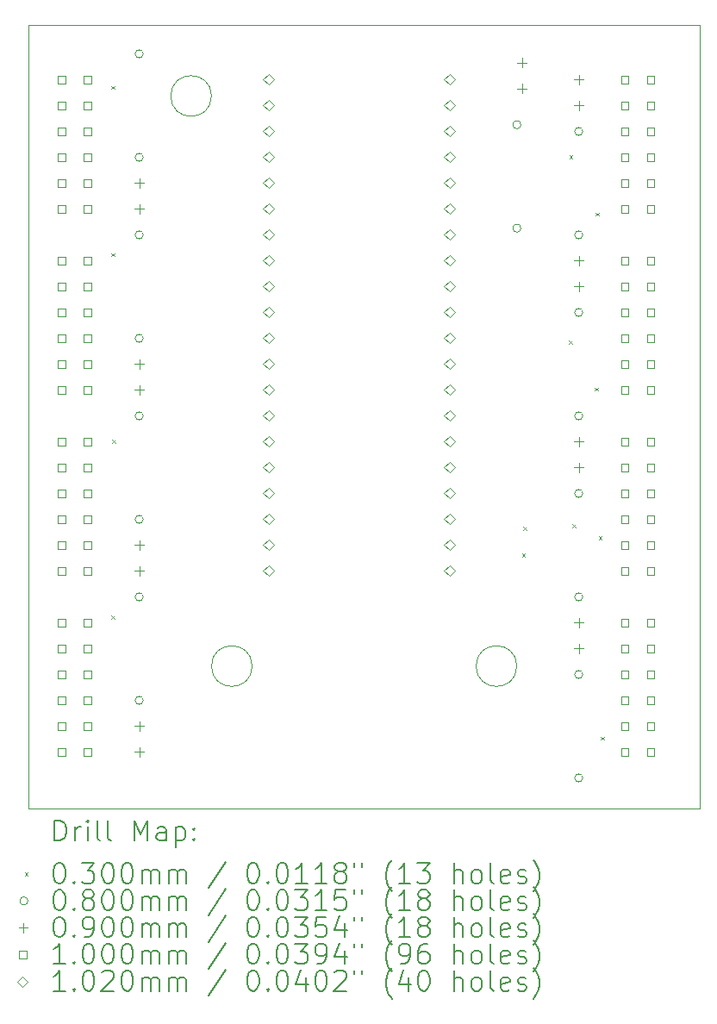
<source format=gbr>
%TF.GenerationSoftware,KiCad,Pcbnew,8.0.3*%
%TF.CreationDate,2024-07-03T23:55:28+09:00*%
%TF.ProjectId,mcu_rp2040,6d63755f-7270-4323-9034-302e6b696361,rev?*%
%TF.SameCoordinates,Original*%
%TF.FileFunction,Drillmap*%
%TF.FilePolarity,Positive*%
%FSLAX45Y45*%
G04 Gerber Fmt 4.5, Leading zero omitted, Abs format (unit mm)*
G04 Created by KiCad (PCBNEW 8.0.3) date 2024-07-03 23:55:28*
%MOMM*%
%LPD*%
G01*
G04 APERTURE LIST*
%ADD10C,0.050000*%
%ADD11C,0.200000*%
%ADD12C,0.100000*%
%ADD13C,0.102000*%
G04 APERTURE END LIST*
D10*
X12300000Y-5000000D02*
G75*
G02*
X11900000Y-5000000I-200000J0D01*
G01*
X11900000Y-5000000D02*
G75*
G02*
X12300000Y-5000000I200000J0D01*
G01*
X12700000Y-10600000D02*
G75*
G02*
X12300000Y-10600000I-200000J0D01*
G01*
X12300000Y-10600000D02*
G75*
G02*
X12700000Y-10600000I200000J0D01*
G01*
X15300000Y-10600000D02*
G75*
G02*
X14900000Y-10600000I-200000J0D01*
G01*
X14900000Y-10600000D02*
G75*
G02*
X15300000Y-10600000I200000J0D01*
G01*
X10500000Y-4300000D02*
X17100000Y-4300000D01*
X17100000Y-12000000D01*
X10500000Y-12000000D01*
X10500000Y-4300000D01*
D11*
D12*
X11315000Y-4900000D02*
X11345000Y-4930000D01*
X11345000Y-4900000D02*
X11315000Y-4930000D01*
X11315000Y-6545000D02*
X11345000Y-6575000D01*
X11345000Y-6545000D02*
X11315000Y-6575000D01*
X11315000Y-10105000D02*
X11345000Y-10135000D01*
X11345000Y-10105000D02*
X11315000Y-10135000D01*
X11325000Y-8375000D02*
X11355000Y-8405000D01*
X11355000Y-8375000D02*
X11325000Y-8405000D01*
X15352800Y-9496880D02*
X15382800Y-9526880D01*
X15382800Y-9496880D02*
X15352800Y-9526880D01*
X15364680Y-9234440D02*
X15394680Y-9264440D01*
X15394680Y-9234440D02*
X15364680Y-9264440D01*
X15813680Y-7403680D02*
X15843680Y-7433680D01*
X15843680Y-7403680D02*
X15813680Y-7433680D01*
X15815000Y-5585000D02*
X15845000Y-5615000D01*
X15845000Y-5585000D02*
X15815000Y-5615000D01*
X15845000Y-9205000D02*
X15875000Y-9235000D01*
X15875000Y-9205000D02*
X15845000Y-9235000D01*
X16065000Y-7865000D02*
X16095000Y-7895000D01*
X16095000Y-7865000D02*
X16065000Y-7895000D01*
X16075000Y-6145000D02*
X16105000Y-6175000D01*
X16105000Y-6145000D02*
X16075000Y-6175000D01*
X16105000Y-9325000D02*
X16135000Y-9355000D01*
X16135000Y-9325000D02*
X16105000Y-9355000D01*
X16125000Y-11295000D02*
X16155000Y-11325000D01*
X16155000Y-11295000D02*
X16125000Y-11325000D01*
X11630000Y-4586000D02*
G75*
G02*
X11550000Y-4586000I-40000J0D01*
G01*
X11550000Y-4586000D02*
G75*
G02*
X11630000Y-4586000I40000J0D01*
G01*
X11630000Y-5602000D02*
G75*
G02*
X11550000Y-5602000I-40000J0D01*
G01*
X11550000Y-5602000D02*
G75*
G02*
X11630000Y-5602000I40000J0D01*
G01*
X11630000Y-6364000D02*
G75*
G02*
X11550000Y-6364000I-40000J0D01*
G01*
X11550000Y-6364000D02*
G75*
G02*
X11630000Y-6364000I40000J0D01*
G01*
X11630000Y-7380000D02*
G75*
G02*
X11550000Y-7380000I-40000J0D01*
G01*
X11550000Y-7380000D02*
G75*
G02*
X11630000Y-7380000I40000J0D01*
G01*
X11630000Y-8142000D02*
G75*
G02*
X11550000Y-8142000I-40000J0D01*
G01*
X11550000Y-8142000D02*
G75*
G02*
X11630000Y-8142000I40000J0D01*
G01*
X11630000Y-9158000D02*
G75*
G02*
X11550000Y-9158000I-40000J0D01*
G01*
X11550000Y-9158000D02*
G75*
G02*
X11630000Y-9158000I40000J0D01*
G01*
X11630000Y-9920000D02*
G75*
G02*
X11550000Y-9920000I-40000J0D01*
G01*
X11550000Y-9920000D02*
G75*
G02*
X11630000Y-9920000I40000J0D01*
G01*
X11630000Y-10936000D02*
G75*
G02*
X11550000Y-10936000I-40000J0D01*
G01*
X11550000Y-10936000D02*
G75*
G02*
X11630000Y-10936000I40000J0D01*
G01*
X15340000Y-5282000D02*
G75*
G02*
X15260000Y-5282000I-40000J0D01*
G01*
X15260000Y-5282000D02*
G75*
G02*
X15340000Y-5282000I40000J0D01*
G01*
X15340000Y-6298000D02*
G75*
G02*
X15260000Y-6298000I-40000J0D01*
G01*
X15260000Y-6298000D02*
G75*
G02*
X15340000Y-6298000I40000J0D01*
G01*
X15948000Y-5348000D02*
G75*
G02*
X15868000Y-5348000I-40000J0D01*
G01*
X15868000Y-5348000D02*
G75*
G02*
X15948000Y-5348000I40000J0D01*
G01*
X15948000Y-6364000D02*
G75*
G02*
X15868000Y-6364000I-40000J0D01*
G01*
X15868000Y-6364000D02*
G75*
G02*
X15948000Y-6364000I40000J0D01*
G01*
X15948000Y-7126000D02*
G75*
G02*
X15868000Y-7126000I-40000J0D01*
G01*
X15868000Y-7126000D02*
G75*
G02*
X15948000Y-7126000I40000J0D01*
G01*
X15948000Y-8142000D02*
G75*
G02*
X15868000Y-8142000I-40000J0D01*
G01*
X15868000Y-8142000D02*
G75*
G02*
X15948000Y-8142000I40000J0D01*
G01*
X15948000Y-8904000D02*
G75*
G02*
X15868000Y-8904000I-40000J0D01*
G01*
X15868000Y-8904000D02*
G75*
G02*
X15948000Y-8904000I40000J0D01*
G01*
X15948000Y-9920000D02*
G75*
G02*
X15868000Y-9920000I-40000J0D01*
G01*
X15868000Y-9920000D02*
G75*
G02*
X15948000Y-9920000I40000J0D01*
G01*
X15948000Y-10682000D02*
G75*
G02*
X15868000Y-10682000I-40000J0D01*
G01*
X15868000Y-10682000D02*
G75*
G02*
X15948000Y-10682000I40000J0D01*
G01*
X15948000Y-11698000D02*
G75*
G02*
X15868000Y-11698000I-40000J0D01*
G01*
X15868000Y-11698000D02*
G75*
G02*
X15948000Y-11698000I40000J0D01*
G01*
X11590000Y-5811000D02*
X11590000Y-5901000D01*
X11545000Y-5856000D02*
X11635000Y-5856000D01*
X11590000Y-6065000D02*
X11590000Y-6155000D01*
X11545000Y-6110000D02*
X11635000Y-6110000D01*
X11590000Y-7589000D02*
X11590000Y-7679000D01*
X11545000Y-7634000D02*
X11635000Y-7634000D01*
X11590000Y-7843000D02*
X11590000Y-7933000D01*
X11545000Y-7888000D02*
X11635000Y-7888000D01*
X11590000Y-9367000D02*
X11590000Y-9457000D01*
X11545000Y-9412000D02*
X11635000Y-9412000D01*
X11590000Y-9621000D02*
X11590000Y-9711000D01*
X11545000Y-9666000D02*
X11635000Y-9666000D01*
X11590000Y-11145000D02*
X11590000Y-11235000D01*
X11545000Y-11190000D02*
X11635000Y-11190000D01*
X11590000Y-11399000D02*
X11590000Y-11489000D01*
X11545000Y-11444000D02*
X11635000Y-11444000D01*
X15350000Y-4628500D02*
X15350000Y-4718500D01*
X15305000Y-4673500D02*
X15395000Y-4673500D01*
X15350000Y-4882500D02*
X15350000Y-4972500D01*
X15305000Y-4927500D02*
X15395000Y-4927500D01*
X15908000Y-4795000D02*
X15908000Y-4885000D01*
X15863000Y-4840000D02*
X15953000Y-4840000D01*
X15908000Y-5049000D02*
X15908000Y-5139000D01*
X15863000Y-5094000D02*
X15953000Y-5094000D01*
X15908000Y-6573000D02*
X15908000Y-6663000D01*
X15863000Y-6618000D02*
X15953000Y-6618000D01*
X15908000Y-6827000D02*
X15908000Y-6917000D01*
X15863000Y-6872000D02*
X15953000Y-6872000D01*
X15908000Y-8351000D02*
X15908000Y-8441000D01*
X15863000Y-8396000D02*
X15953000Y-8396000D01*
X15908000Y-8605000D02*
X15908000Y-8695000D01*
X15863000Y-8650000D02*
X15953000Y-8650000D01*
X15908000Y-10129000D02*
X15908000Y-10219000D01*
X15863000Y-10174000D02*
X15953000Y-10174000D01*
X15908000Y-10383000D02*
X15908000Y-10473000D01*
X15863000Y-10428000D02*
X15953000Y-10428000D01*
X10863356Y-4875356D02*
X10863356Y-4804644D01*
X10792644Y-4804644D01*
X10792644Y-4875356D01*
X10863356Y-4875356D01*
X10863356Y-5129356D02*
X10863356Y-5058644D01*
X10792644Y-5058644D01*
X10792644Y-5129356D01*
X10863356Y-5129356D01*
X10863356Y-5383356D02*
X10863356Y-5312644D01*
X10792644Y-5312644D01*
X10792644Y-5383356D01*
X10863356Y-5383356D01*
X10863356Y-5637356D02*
X10863356Y-5566644D01*
X10792644Y-5566644D01*
X10792644Y-5637356D01*
X10863356Y-5637356D01*
X10863356Y-5891356D02*
X10863356Y-5820644D01*
X10792644Y-5820644D01*
X10792644Y-5891356D01*
X10863356Y-5891356D01*
X10863356Y-6145356D02*
X10863356Y-6074644D01*
X10792644Y-6074644D01*
X10792644Y-6145356D01*
X10863356Y-6145356D01*
X10863356Y-6653356D02*
X10863356Y-6582644D01*
X10792644Y-6582644D01*
X10792644Y-6653356D01*
X10863356Y-6653356D01*
X10863356Y-6907356D02*
X10863356Y-6836644D01*
X10792644Y-6836644D01*
X10792644Y-6907356D01*
X10863356Y-6907356D01*
X10863356Y-7161356D02*
X10863356Y-7090644D01*
X10792644Y-7090644D01*
X10792644Y-7161356D01*
X10863356Y-7161356D01*
X10863356Y-7415356D02*
X10863356Y-7344644D01*
X10792644Y-7344644D01*
X10792644Y-7415356D01*
X10863356Y-7415356D01*
X10863356Y-7669356D02*
X10863356Y-7598644D01*
X10792644Y-7598644D01*
X10792644Y-7669356D01*
X10863356Y-7669356D01*
X10863356Y-7923356D02*
X10863356Y-7852644D01*
X10792644Y-7852644D01*
X10792644Y-7923356D01*
X10863356Y-7923356D01*
X10863356Y-8431356D02*
X10863356Y-8360644D01*
X10792644Y-8360644D01*
X10792644Y-8431356D01*
X10863356Y-8431356D01*
X10863356Y-8685356D02*
X10863356Y-8614644D01*
X10792644Y-8614644D01*
X10792644Y-8685356D01*
X10863356Y-8685356D01*
X10863356Y-8939356D02*
X10863356Y-8868644D01*
X10792644Y-8868644D01*
X10792644Y-8939356D01*
X10863356Y-8939356D01*
X10863356Y-9193356D02*
X10863356Y-9122644D01*
X10792644Y-9122644D01*
X10792644Y-9193356D01*
X10863356Y-9193356D01*
X10863356Y-9447356D02*
X10863356Y-9376644D01*
X10792644Y-9376644D01*
X10792644Y-9447356D01*
X10863356Y-9447356D01*
X10863356Y-9701356D02*
X10863356Y-9630644D01*
X10792644Y-9630644D01*
X10792644Y-9701356D01*
X10863356Y-9701356D01*
X10863356Y-10209356D02*
X10863356Y-10138644D01*
X10792644Y-10138644D01*
X10792644Y-10209356D01*
X10863356Y-10209356D01*
X10863356Y-10463356D02*
X10863356Y-10392644D01*
X10792644Y-10392644D01*
X10792644Y-10463356D01*
X10863356Y-10463356D01*
X10863356Y-10717356D02*
X10863356Y-10646644D01*
X10792644Y-10646644D01*
X10792644Y-10717356D01*
X10863356Y-10717356D01*
X10863356Y-10971356D02*
X10863356Y-10900644D01*
X10792644Y-10900644D01*
X10792644Y-10971356D01*
X10863356Y-10971356D01*
X10863356Y-11225356D02*
X10863356Y-11154644D01*
X10792644Y-11154644D01*
X10792644Y-11225356D01*
X10863356Y-11225356D01*
X10863356Y-11479356D02*
X10863356Y-11408644D01*
X10792644Y-11408644D01*
X10792644Y-11479356D01*
X10863356Y-11479356D01*
X11117356Y-4875356D02*
X11117356Y-4804644D01*
X11046644Y-4804644D01*
X11046644Y-4875356D01*
X11117356Y-4875356D01*
X11117356Y-5129356D02*
X11117356Y-5058644D01*
X11046644Y-5058644D01*
X11046644Y-5129356D01*
X11117356Y-5129356D01*
X11117356Y-5383356D02*
X11117356Y-5312644D01*
X11046644Y-5312644D01*
X11046644Y-5383356D01*
X11117356Y-5383356D01*
X11117356Y-5637356D02*
X11117356Y-5566644D01*
X11046644Y-5566644D01*
X11046644Y-5637356D01*
X11117356Y-5637356D01*
X11117356Y-5891356D02*
X11117356Y-5820644D01*
X11046644Y-5820644D01*
X11046644Y-5891356D01*
X11117356Y-5891356D01*
X11117356Y-6145356D02*
X11117356Y-6074644D01*
X11046644Y-6074644D01*
X11046644Y-6145356D01*
X11117356Y-6145356D01*
X11117356Y-6653356D02*
X11117356Y-6582644D01*
X11046644Y-6582644D01*
X11046644Y-6653356D01*
X11117356Y-6653356D01*
X11117356Y-6907356D02*
X11117356Y-6836644D01*
X11046644Y-6836644D01*
X11046644Y-6907356D01*
X11117356Y-6907356D01*
X11117356Y-7161356D02*
X11117356Y-7090644D01*
X11046644Y-7090644D01*
X11046644Y-7161356D01*
X11117356Y-7161356D01*
X11117356Y-7415356D02*
X11117356Y-7344644D01*
X11046644Y-7344644D01*
X11046644Y-7415356D01*
X11117356Y-7415356D01*
X11117356Y-7669356D02*
X11117356Y-7598644D01*
X11046644Y-7598644D01*
X11046644Y-7669356D01*
X11117356Y-7669356D01*
X11117356Y-7923356D02*
X11117356Y-7852644D01*
X11046644Y-7852644D01*
X11046644Y-7923356D01*
X11117356Y-7923356D01*
X11117356Y-8431356D02*
X11117356Y-8360644D01*
X11046644Y-8360644D01*
X11046644Y-8431356D01*
X11117356Y-8431356D01*
X11117356Y-8685356D02*
X11117356Y-8614644D01*
X11046644Y-8614644D01*
X11046644Y-8685356D01*
X11117356Y-8685356D01*
X11117356Y-8939356D02*
X11117356Y-8868644D01*
X11046644Y-8868644D01*
X11046644Y-8939356D01*
X11117356Y-8939356D01*
X11117356Y-9193356D02*
X11117356Y-9122644D01*
X11046644Y-9122644D01*
X11046644Y-9193356D01*
X11117356Y-9193356D01*
X11117356Y-9447356D02*
X11117356Y-9376644D01*
X11046644Y-9376644D01*
X11046644Y-9447356D01*
X11117356Y-9447356D01*
X11117356Y-9701356D02*
X11117356Y-9630644D01*
X11046644Y-9630644D01*
X11046644Y-9701356D01*
X11117356Y-9701356D01*
X11117356Y-10209356D02*
X11117356Y-10138644D01*
X11046644Y-10138644D01*
X11046644Y-10209356D01*
X11117356Y-10209356D01*
X11117356Y-10463356D02*
X11117356Y-10392644D01*
X11046644Y-10392644D01*
X11046644Y-10463356D01*
X11117356Y-10463356D01*
X11117356Y-10717356D02*
X11117356Y-10646644D01*
X11046644Y-10646644D01*
X11046644Y-10717356D01*
X11117356Y-10717356D01*
X11117356Y-10971356D02*
X11117356Y-10900644D01*
X11046644Y-10900644D01*
X11046644Y-10971356D01*
X11117356Y-10971356D01*
X11117356Y-11225356D02*
X11117356Y-11154644D01*
X11046644Y-11154644D01*
X11046644Y-11225356D01*
X11117356Y-11225356D01*
X11117356Y-11479356D02*
X11117356Y-11408644D01*
X11046644Y-11408644D01*
X11046644Y-11479356D01*
X11117356Y-11479356D01*
X16396856Y-4875356D02*
X16396856Y-4804644D01*
X16326144Y-4804644D01*
X16326144Y-4875356D01*
X16396856Y-4875356D01*
X16396856Y-5129356D02*
X16396856Y-5058644D01*
X16326144Y-5058644D01*
X16326144Y-5129356D01*
X16396856Y-5129356D01*
X16396856Y-5383356D02*
X16396856Y-5312644D01*
X16326144Y-5312644D01*
X16326144Y-5383356D01*
X16396856Y-5383356D01*
X16396856Y-5637356D02*
X16396856Y-5566644D01*
X16326144Y-5566644D01*
X16326144Y-5637356D01*
X16396856Y-5637356D01*
X16396856Y-5891356D02*
X16396856Y-5820644D01*
X16326144Y-5820644D01*
X16326144Y-5891356D01*
X16396856Y-5891356D01*
X16396856Y-6145356D02*
X16396856Y-6074644D01*
X16326144Y-6074644D01*
X16326144Y-6145356D01*
X16396856Y-6145356D01*
X16396856Y-6653356D02*
X16396856Y-6582644D01*
X16326144Y-6582644D01*
X16326144Y-6653356D01*
X16396856Y-6653356D01*
X16396856Y-6907356D02*
X16396856Y-6836644D01*
X16326144Y-6836644D01*
X16326144Y-6907356D01*
X16396856Y-6907356D01*
X16396856Y-7161356D02*
X16396856Y-7090644D01*
X16326144Y-7090644D01*
X16326144Y-7161356D01*
X16396856Y-7161356D01*
X16396856Y-7415356D02*
X16396856Y-7344644D01*
X16326144Y-7344644D01*
X16326144Y-7415356D01*
X16396856Y-7415356D01*
X16396856Y-7669356D02*
X16396856Y-7598644D01*
X16326144Y-7598644D01*
X16326144Y-7669356D01*
X16396856Y-7669356D01*
X16396856Y-7923356D02*
X16396856Y-7852644D01*
X16326144Y-7852644D01*
X16326144Y-7923356D01*
X16396856Y-7923356D01*
X16396856Y-8431356D02*
X16396856Y-8360644D01*
X16326144Y-8360644D01*
X16326144Y-8431356D01*
X16396856Y-8431356D01*
X16396856Y-8685356D02*
X16396856Y-8614644D01*
X16326144Y-8614644D01*
X16326144Y-8685356D01*
X16396856Y-8685356D01*
X16396856Y-8939356D02*
X16396856Y-8868644D01*
X16326144Y-8868644D01*
X16326144Y-8939356D01*
X16396856Y-8939356D01*
X16396856Y-9193356D02*
X16396856Y-9122644D01*
X16326144Y-9122644D01*
X16326144Y-9193356D01*
X16396856Y-9193356D01*
X16396856Y-9447356D02*
X16396856Y-9376644D01*
X16326144Y-9376644D01*
X16326144Y-9447356D01*
X16396856Y-9447356D01*
X16396856Y-9701356D02*
X16396856Y-9630644D01*
X16326144Y-9630644D01*
X16326144Y-9701356D01*
X16396856Y-9701356D01*
X16396856Y-10209356D02*
X16396856Y-10138644D01*
X16326144Y-10138644D01*
X16326144Y-10209356D01*
X16396856Y-10209356D01*
X16396856Y-10463356D02*
X16396856Y-10392644D01*
X16326144Y-10392644D01*
X16326144Y-10463356D01*
X16396856Y-10463356D01*
X16396856Y-10717356D02*
X16396856Y-10646644D01*
X16326144Y-10646644D01*
X16326144Y-10717356D01*
X16396856Y-10717356D01*
X16396856Y-10971356D02*
X16396856Y-10900644D01*
X16326144Y-10900644D01*
X16326144Y-10971356D01*
X16396856Y-10971356D01*
X16396856Y-11225356D02*
X16396856Y-11154644D01*
X16326144Y-11154644D01*
X16326144Y-11225356D01*
X16396856Y-11225356D01*
X16396856Y-11479356D02*
X16396856Y-11408644D01*
X16326144Y-11408644D01*
X16326144Y-11479356D01*
X16396856Y-11479356D01*
X16650856Y-4875356D02*
X16650856Y-4804644D01*
X16580144Y-4804644D01*
X16580144Y-4875356D01*
X16650856Y-4875356D01*
X16650856Y-5129356D02*
X16650856Y-5058644D01*
X16580144Y-5058644D01*
X16580144Y-5129356D01*
X16650856Y-5129356D01*
X16650856Y-5383356D02*
X16650856Y-5312644D01*
X16580144Y-5312644D01*
X16580144Y-5383356D01*
X16650856Y-5383356D01*
X16650856Y-5637356D02*
X16650856Y-5566644D01*
X16580144Y-5566644D01*
X16580144Y-5637356D01*
X16650856Y-5637356D01*
X16650856Y-5891356D02*
X16650856Y-5820644D01*
X16580144Y-5820644D01*
X16580144Y-5891356D01*
X16650856Y-5891356D01*
X16650856Y-6145356D02*
X16650856Y-6074644D01*
X16580144Y-6074644D01*
X16580144Y-6145356D01*
X16650856Y-6145356D01*
X16650856Y-6653356D02*
X16650856Y-6582644D01*
X16580144Y-6582644D01*
X16580144Y-6653356D01*
X16650856Y-6653356D01*
X16650856Y-6907356D02*
X16650856Y-6836644D01*
X16580144Y-6836644D01*
X16580144Y-6907356D01*
X16650856Y-6907356D01*
X16650856Y-7161356D02*
X16650856Y-7090644D01*
X16580144Y-7090644D01*
X16580144Y-7161356D01*
X16650856Y-7161356D01*
X16650856Y-7415356D02*
X16650856Y-7344644D01*
X16580144Y-7344644D01*
X16580144Y-7415356D01*
X16650856Y-7415356D01*
X16650856Y-7669356D02*
X16650856Y-7598644D01*
X16580144Y-7598644D01*
X16580144Y-7669356D01*
X16650856Y-7669356D01*
X16650856Y-7923356D02*
X16650856Y-7852644D01*
X16580144Y-7852644D01*
X16580144Y-7923356D01*
X16650856Y-7923356D01*
X16650856Y-8431356D02*
X16650856Y-8360644D01*
X16580144Y-8360644D01*
X16580144Y-8431356D01*
X16650856Y-8431356D01*
X16650856Y-8685356D02*
X16650856Y-8614644D01*
X16580144Y-8614644D01*
X16580144Y-8685356D01*
X16650856Y-8685356D01*
X16650856Y-8939356D02*
X16650856Y-8868644D01*
X16580144Y-8868644D01*
X16580144Y-8939356D01*
X16650856Y-8939356D01*
X16650856Y-9193356D02*
X16650856Y-9122644D01*
X16580144Y-9122644D01*
X16580144Y-9193356D01*
X16650856Y-9193356D01*
X16650856Y-9447356D02*
X16650856Y-9376644D01*
X16580144Y-9376644D01*
X16580144Y-9447356D01*
X16650856Y-9447356D01*
X16650856Y-9701356D02*
X16650856Y-9630644D01*
X16580144Y-9630644D01*
X16580144Y-9701356D01*
X16650856Y-9701356D01*
X16650856Y-10209356D02*
X16650856Y-10138644D01*
X16580144Y-10138644D01*
X16580144Y-10209356D01*
X16650856Y-10209356D01*
X16650856Y-10463356D02*
X16650856Y-10392644D01*
X16580144Y-10392644D01*
X16580144Y-10463356D01*
X16650856Y-10463356D01*
X16650856Y-10717356D02*
X16650856Y-10646644D01*
X16580144Y-10646644D01*
X16580144Y-10717356D01*
X16650856Y-10717356D01*
X16650856Y-10971356D02*
X16650856Y-10900644D01*
X16580144Y-10900644D01*
X16580144Y-10971356D01*
X16650856Y-10971356D01*
X16650856Y-11225356D02*
X16650856Y-11154644D01*
X16580144Y-11154644D01*
X16580144Y-11225356D01*
X16650856Y-11225356D01*
X16650856Y-11479356D02*
X16650856Y-11408644D01*
X16580144Y-11408644D01*
X16580144Y-11479356D01*
X16650856Y-11479356D01*
D13*
X12860000Y-4891000D02*
X12911000Y-4840000D01*
X12860000Y-4789000D01*
X12809000Y-4840000D01*
X12860000Y-4891000D01*
X12860000Y-5145000D02*
X12911000Y-5094000D01*
X12860000Y-5043000D01*
X12809000Y-5094000D01*
X12860000Y-5145000D01*
X12860000Y-5399000D02*
X12911000Y-5348000D01*
X12860000Y-5297000D01*
X12809000Y-5348000D01*
X12860000Y-5399000D01*
X12860000Y-5653000D02*
X12911000Y-5602000D01*
X12860000Y-5551000D01*
X12809000Y-5602000D01*
X12860000Y-5653000D01*
X12860000Y-5907000D02*
X12911000Y-5856000D01*
X12860000Y-5805000D01*
X12809000Y-5856000D01*
X12860000Y-5907000D01*
X12860000Y-6161000D02*
X12911000Y-6110000D01*
X12860000Y-6059000D01*
X12809000Y-6110000D01*
X12860000Y-6161000D01*
X12860000Y-6415000D02*
X12911000Y-6364000D01*
X12860000Y-6313000D01*
X12809000Y-6364000D01*
X12860000Y-6415000D01*
X12860000Y-6669000D02*
X12911000Y-6618000D01*
X12860000Y-6567000D01*
X12809000Y-6618000D01*
X12860000Y-6669000D01*
X12860000Y-6923000D02*
X12911000Y-6872000D01*
X12860000Y-6821000D01*
X12809000Y-6872000D01*
X12860000Y-6923000D01*
X12860000Y-7177000D02*
X12911000Y-7126000D01*
X12860000Y-7075000D01*
X12809000Y-7126000D01*
X12860000Y-7177000D01*
X12860000Y-7431000D02*
X12911000Y-7380000D01*
X12860000Y-7329000D01*
X12809000Y-7380000D01*
X12860000Y-7431000D01*
X12860000Y-7685000D02*
X12911000Y-7634000D01*
X12860000Y-7583000D01*
X12809000Y-7634000D01*
X12860000Y-7685000D01*
X12860000Y-7939000D02*
X12911000Y-7888000D01*
X12860000Y-7837000D01*
X12809000Y-7888000D01*
X12860000Y-7939000D01*
X12860000Y-8193000D02*
X12911000Y-8142000D01*
X12860000Y-8091000D01*
X12809000Y-8142000D01*
X12860000Y-8193000D01*
X12860000Y-8447000D02*
X12911000Y-8396000D01*
X12860000Y-8345000D01*
X12809000Y-8396000D01*
X12860000Y-8447000D01*
X12860000Y-8701000D02*
X12911000Y-8650000D01*
X12860000Y-8599000D01*
X12809000Y-8650000D01*
X12860000Y-8701000D01*
X12860000Y-8955000D02*
X12911000Y-8904000D01*
X12860000Y-8853000D01*
X12809000Y-8904000D01*
X12860000Y-8955000D01*
X12860000Y-9209000D02*
X12911000Y-9158000D01*
X12860000Y-9107000D01*
X12809000Y-9158000D01*
X12860000Y-9209000D01*
X12860000Y-9463000D02*
X12911000Y-9412000D01*
X12860000Y-9361000D01*
X12809000Y-9412000D01*
X12860000Y-9463000D01*
X12860000Y-9717000D02*
X12911000Y-9666000D01*
X12860000Y-9615000D01*
X12809000Y-9666000D01*
X12860000Y-9717000D01*
X14638000Y-4891000D02*
X14689000Y-4840000D01*
X14638000Y-4789000D01*
X14587000Y-4840000D01*
X14638000Y-4891000D01*
X14638000Y-5145000D02*
X14689000Y-5094000D01*
X14638000Y-5043000D01*
X14587000Y-5094000D01*
X14638000Y-5145000D01*
X14638000Y-5399000D02*
X14689000Y-5348000D01*
X14638000Y-5297000D01*
X14587000Y-5348000D01*
X14638000Y-5399000D01*
X14638000Y-5653000D02*
X14689000Y-5602000D01*
X14638000Y-5551000D01*
X14587000Y-5602000D01*
X14638000Y-5653000D01*
X14638000Y-5907000D02*
X14689000Y-5856000D01*
X14638000Y-5805000D01*
X14587000Y-5856000D01*
X14638000Y-5907000D01*
X14638000Y-6161000D02*
X14689000Y-6110000D01*
X14638000Y-6059000D01*
X14587000Y-6110000D01*
X14638000Y-6161000D01*
X14638000Y-6415000D02*
X14689000Y-6364000D01*
X14638000Y-6313000D01*
X14587000Y-6364000D01*
X14638000Y-6415000D01*
X14638000Y-6669000D02*
X14689000Y-6618000D01*
X14638000Y-6567000D01*
X14587000Y-6618000D01*
X14638000Y-6669000D01*
X14638000Y-6923000D02*
X14689000Y-6872000D01*
X14638000Y-6821000D01*
X14587000Y-6872000D01*
X14638000Y-6923000D01*
X14638000Y-7177000D02*
X14689000Y-7126000D01*
X14638000Y-7075000D01*
X14587000Y-7126000D01*
X14638000Y-7177000D01*
X14638000Y-7431000D02*
X14689000Y-7380000D01*
X14638000Y-7329000D01*
X14587000Y-7380000D01*
X14638000Y-7431000D01*
X14638000Y-7685000D02*
X14689000Y-7634000D01*
X14638000Y-7583000D01*
X14587000Y-7634000D01*
X14638000Y-7685000D01*
X14638000Y-7939000D02*
X14689000Y-7888000D01*
X14638000Y-7837000D01*
X14587000Y-7888000D01*
X14638000Y-7939000D01*
X14638000Y-8193000D02*
X14689000Y-8142000D01*
X14638000Y-8091000D01*
X14587000Y-8142000D01*
X14638000Y-8193000D01*
X14638000Y-8447000D02*
X14689000Y-8396000D01*
X14638000Y-8345000D01*
X14587000Y-8396000D01*
X14638000Y-8447000D01*
X14638000Y-8701000D02*
X14689000Y-8650000D01*
X14638000Y-8599000D01*
X14587000Y-8650000D01*
X14638000Y-8701000D01*
X14638000Y-8955000D02*
X14689000Y-8904000D01*
X14638000Y-8853000D01*
X14587000Y-8904000D01*
X14638000Y-8955000D01*
X14638000Y-9209000D02*
X14689000Y-9158000D01*
X14638000Y-9107000D01*
X14587000Y-9158000D01*
X14638000Y-9209000D01*
X14638000Y-9463000D02*
X14689000Y-9412000D01*
X14638000Y-9361000D01*
X14587000Y-9412000D01*
X14638000Y-9463000D01*
X14638000Y-9717000D02*
X14689000Y-9666000D01*
X14638000Y-9615000D01*
X14587000Y-9666000D01*
X14638000Y-9717000D01*
D11*
X10758277Y-12313984D02*
X10758277Y-12113984D01*
X10758277Y-12113984D02*
X10805896Y-12113984D01*
X10805896Y-12113984D02*
X10834467Y-12123508D01*
X10834467Y-12123508D02*
X10853515Y-12142555D01*
X10853515Y-12142555D02*
X10863039Y-12161603D01*
X10863039Y-12161603D02*
X10872563Y-12199698D01*
X10872563Y-12199698D02*
X10872563Y-12228269D01*
X10872563Y-12228269D02*
X10863039Y-12266365D01*
X10863039Y-12266365D02*
X10853515Y-12285412D01*
X10853515Y-12285412D02*
X10834467Y-12304460D01*
X10834467Y-12304460D02*
X10805896Y-12313984D01*
X10805896Y-12313984D02*
X10758277Y-12313984D01*
X10958277Y-12313984D02*
X10958277Y-12180650D01*
X10958277Y-12218746D02*
X10967801Y-12199698D01*
X10967801Y-12199698D02*
X10977324Y-12190174D01*
X10977324Y-12190174D02*
X10996372Y-12180650D01*
X10996372Y-12180650D02*
X11015420Y-12180650D01*
X11082086Y-12313984D02*
X11082086Y-12180650D01*
X11082086Y-12113984D02*
X11072563Y-12123508D01*
X11072563Y-12123508D02*
X11082086Y-12133031D01*
X11082086Y-12133031D02*
X11091610Y-12123508D01*
X11091610Y-12123508D02*
X11082086Y-12113984D01*
X11082086Y-12113984D02*
X11082086Y-12133031D01*
X11205896Y-12313984D02*
X11186848Y-12304460D01*
X11186848Y-12304460D02*
X11177324Y-12285412D01*
X11177324Y-12285412D02*
X11177324Y-12113984D01*
X11310658Y-12313984D02*
X11291610Y-12304460D01*
X11291610Y-12304460D02*
X11282086Y-12285412D01*
X11282086Y-12285412D02*
X11282086Y-12113984D01*
X11539229Y-12313984D02*
X11539229Y-12113984D01*
X11539229Y-12113984D02*
X11605896Y-12256841D01*
X11605896Y-12256841D02*
X11672562Y-12113984D01*
X11672562Y-12113984D02*
X11672562Y-12313984D01*
X11853515Y-12313984D02*
X11853515Y-12209222D01*
X11853515Y-12209222D02*
X11843991Y-12190174D01*
X11843991Y-12190174D02*
X11824943Y-12180650D01*
X11824943Y-12180650D02*
X11786848Y-12180650D01*
X11786848Y-12180650D02*
X11767801Y-12190174D01*
X11853515Y-12304460D02*
X11834467Y-12313984D01*
X11834467Y-12313984D02*
X11786848Y-12313984D01*
X11786848Y-12313984D02*
X11767801Y-12304460D01*
X11767801Y-12304460D02*
X11758277Y-12285412D01*
X11758277Y-12285412D02*
X11758277Y-12266365D01*
X11758277Y-12266365D02*
X11767801Y-12247317D01*
X11767801Y-12247317D02*
X11786848Y-12237793D01*
X11786848Y-12237793D02*
X11834467Y-12237793D01*
X11834467Y-12237793D02*
X11853515Y-12228269D01*
X11948753Y-12180650D02*
X11948753Y-12380650D01*
X11948753Y-12190174D02*
X11967801Y-12180650D01*
X11967801Y-12180650D02*
X12005896Y-12180650D01*
X12005896Y-12180650D02*
X12024943Y-12190174D01*
X12024943Y-12190174D02*
X12034467Y-12199698D01*
X12034467Y-12199698D02*
X12043991Y-12218746D01*
X12043991Y-12218746D02*
X12043991Y-12275888D01*
X12043991Y-12275888D02*
X12034467Y-12294936D01*
X12034467Y-12294936D02*
X12024943Y-12304460D01*
X12024943Y-12304460D02*
X12005896Y-12313984D01*
X12005896Y-12313984D02*
X11967801Y-12313984D01*
X11967801Y-12313984D02*
X11948753Y-12304460D01*
X12129705Y-12294936D02*
X12139229Y-12304460D01*
X12139229Y-12304460D02*
X12129705Y-12313984D01*
X12129705Y-12313984D02*
X12120182Y-12304460D01*
X12120182Y-12304460D02*
X12129705Y-12294936D01*
X12129705Y-12294936D02*
X12129705Y-12313984D01*
X12129705Y-12190174D02*
X12139229Y-12199698D01*
X12139229Y-12199698D02*
X12129705Y-12209222D01*
X12129705Y-12209222D02*
X12120182Y-12199698D01*
X12120182Y-12199698D02*
X12129705Y-12190174D01*
X12129705Y-12190174D02*
X12129705Y-12209222D01*
D12*
X10467500Y-12627500D02*
X10497500Y-12657500D01*
X10497500Y-12627500D02*
X10467500Y-12657500D01*
D11*
X10796372Y-12533984D02*
X10815420Y-12533984D01*
X10815420Y-12533984D02*
X10834467Y-12543508D01*
X10834467Y-12543508D02*
X10843991Y-12553031D01*
X10843991Y-12553031D02*
X10853515Y-12572079D01*
X10853515Y-12572079D02*
X10863039Y-12610174D01*
X10863039Y-12610174D02*
X10863039Y-12657793D01*
X10863039Y-12657793D02*
X10853515Y-12695888D01*
X10853515Y-12695888D02*
X10843991Y-12714936D01*
X10843991Y-12714936D02*
X10834467Y-12724460D01*
X10834467Y-12724460D02*
X10815420Y-12733984D01*
X10815420Y-12733984D02*
X10796372Y-12733984D01*
X10796372Y-12733984D02*
X10777324Y-12724460D01*
X10777324Y-12724460D02*
X10767801Y-12714936D01*
X10767801Y-12714936D02*
X10758277Y-12695888D01*
X10758277Y-12695888D02*
X10748753Y-12657793D01*
X10748753Y-12657793D02*
X10748753Y-12610174D01*
X10748753Y-12610174D02*
X10758277Y-12572079D01*
X10758277Y-12572079D02*
X10767801Y-12553031D01*
X10767801Y-12553031D02*
X10777324Y-12543508D01*
X10777324Y-12543508D02*
X10796372Y-12533984D01*
X10948753Y-12714936D02*
X10958277Y-12724460D01*
X10958277Y-12724460D02*
X10948753Y-12733984D01*
X10948753Y-12733984D02*
X10939229Y-12724460D01*
X10939229Y-12724460D02*
X10948753Y-12714936D01*
X10948753Y-12714936D02*
X10948753Y-12733984D01*
X11024944Y-12533984D02*
X11148753Y-12533984D01*
X11148753Y-12533984D02*
X11082086Y-12610174D01*
X11082086Y-12610174D02*
X11110658Y-12610174D01*
X11110658Y-12610174D02*
X11129705Y-12619698D01*
X11129705Y-12619698D02*
X11139229Y-12629222D01*
X11139229Y-12629222D02*
X11148753Y-12648269D01*
X11148753Y-12648269D02*
X11148753Y-12695888D01*
X11148753Y-12695888D02*
X11139229Y-12714936D01*
X11139229Y-12714936D02*
X11129705Y-12724460D01*
X11129705Y-12724460D02*
X11110658Y-12733984D01*
X11110658Y-12733984D02*
X11053515Y-12733984D01*
X11053515Y-12733984D02*
X11034467Y-12724460D01*
X11034467Y-12724460D02*
X11024944Y-12714936D01*
X11272562Y-12533984D02*
X11291610Y-12533984D01*
X11291610Y-12533984D02*
X11310658Y-12543508D01*
X11310658Y-12543508D02*
X11320182Y-12553031D01*
X11320182Y-12553031D02*
X11329705Y-12572079D01*
X11329705Y-12572079D02*
X11339229Y-12610174D01*
X11339229Y-12610174D02*
X11339229Y-12657793D01*
X11339229Y-12657793D02*
X11329705Y-12695888D01*
X11329705Y-12695888D02*
X11320182Y-12714936D01*
X11320182Y-12714936D02*
X11310658Y-12724460D01*
X11310658Y-12724460D02*
X11291610Y-12733984D01*
X11291610Y-12733984D02*
X11272562Y-12733984D01*
X11272562Y-12733984D02*
X11253515Y-12724460D01*
X11253515Y-12724460D02*
X11243991Y-12714936D01*
X11243991Y-12714936D02*
X11234467Y-12695888D01*
X11234467Y-12695888D02*
X11224943Y-12657793D01*
X11224943Y-12657793D02*
X11224943Y-12610174D01*
X11224943Y-12610174D02*
X11234467Y-12572079D01*
X11234467Y-12572079D02*
X11243991Y-12553031D01*
X11243991Y-12553031D02*
X11253515Y-12543508D01*
X11253515Y-12543508D02*
X11272562Y-12533984D01*
X11463039Y-12533984D02*
X11482086Y-12533984D01*
X11482086Y-12533984D02*
X11501134Y-12543508D01*
X11501134Y-12543508D02*
X11510658Y-12553031D01*
X11510658Y-12553031D02*
X11520182Y-12572079D01*
X11520182Y-12572079D02*
X11529705Y-12610174D01*
X11529705Y-12610174D02*
X11529705Y-12657793D01*
X11529705Y-12657793D02*
X11520182Y-12695888D01*
X11520182Y-12695888D02*
X11510658Y-12714936D01*
X11510658Y-12714936D02*
X11501134Y-12724460D01*
X11501134Y-12724460D02*
X11482086Y-12733984D01*
X11482086Y-12733984D02*
X11463039Y-12733984D01*
X11463039Y-12733984D02*
X11443991Y-12724460D01*
X11443991Y-12724460D02*
X11434467Y-12714936D01*
X11434467Y-12714936D02*
X11424943Y-12695888D01*
X11424943Y-12695888D02*
X11415420Y-12657793D01*
X11415420Y-12657793D02*
X11415420Y-12610174D01*
X11415420Y-12610174D02*
X11424943Y-12572079D01*
X11424943Y-12572079D02*
X11434467Y-12553031D01*
X11434467Y-12553031D02*
X11443991Y-12543508D01*
X11443991Y-12543508D02*
X11463039Y-12533984D01*
X11615420Y-12733984D02*
X11615420Y-12600650D01*
X11615420Y-12619698D02*
X11624943Y-12610174D01*
X11624943Y-12610174D02*
X11643991Y-12600650D01*
X11643991Y-12600650D02*
X11672563Y-12600650D01*
X11672563Y-12600650D02*
X11691610Y-12610174D01*
X11691610Y-12610174D02*
X11701134Y-12629222D01*
X11701134Y-12629222D02*
X11701134Y-12733984D01*
X11701134Y-12629222D02*
X11710658Y-12610174D01*
X11710658Y-12610174D02*
X11729705Y-12600650D01*
X11729705Y-12600650D02*
X11758277Y-12600650D01*
X11758277Y-12600650D02*
X11777324Y-12610174D01*
X11777324Y-12610174D02*
X11786848Y-12629222D01*
X11786848Y-12629222D02*
X11786848Y-12733984D01*
X11882086Y-12733984D02*
X11882086Y-12600650D01*
X11882086Y-12619698D02*
X11891610Y-12610174D01*
X11891610Y-12610174D02*
X11910658Y-12600650D01*
X11910658Y-12600650D02*
X11939229Y-12600650D01*
X11939229Y-12600650D02*
X11958277Y-12610174D01*
X11958277Y-12610174D02*
X11967801Y-12629222D01*
X11967801Y-12629222D02*
X11967801Y-12733984D01*
X11967801Y-12629222D02*
X11977324Y-12610174D01*
X11977324Y-12610174D02*
X11996372Y-12600650D01*
X11996372Y-12600650D02*
X12024943Y-12600650D01*
X12024943Y-12600650D02*
X12043991Y-12610174D01*
X12043991Y-12610174D02*
X12053515Y-12629222D01*
X12053515Y-12629222D02*
X12053515Y-12733984D01*
X12443991Y-12524460D02*
X12272563Y-12781603D01*
X12701134Y-12533984D02*
X12720182Y-12533984D01*
X12720182Y-12533984D02*
X12739229Y-12543508D01*
X12739229Y-12543508D02*
X12748753Y-12553031D01*
X12748753Y-12553031D02*
X12758277Y-12572079D01*
X12758277Y-12572079D02*
X12767801Y-12610174D01*
X12767801Y-12610174D02*
X12767801Y-12657793D01*
X12767801Y-12657793D02*
X12758277Y-12695888D01*
X12758277Y-12695888D02*
X12748753Y-12714936D01*
X12748753Y-12714936D02*
X12739229Y-12724460D01*
X12739229Y-12724460D02*
X12720182Y-12733984D01*
X12720182Y-12733984D02*
X12701134Y-12733984D01*
X12701134Y-12733984D02*
X12682086Y-12724460D01*
X12682086Y-12724460D02*
X12672563Y-12714936D01*
X12672563Y-12714936D02*
X12663039Y-12695888D01*
X12663039Y-12695888D02*
X12653515Y-12657793D01*
X12653515Y-12657793D02*
X12653515Y-12610174D01*
X12653515Y-12610174D02*
X12663039Y-12572079D01*
X12663039Y-12572079D02*
X12672563Y-12553031D01*
X12672563Y-12553031D02*
X12682086Y-12543508D01*
X12682086Y-12543508D02*
X12701134Y-12533984D01*
X12853515Y-12714936D02*
X12863039Y-12724460D01*
X12863039Y-12724460D02*
X12853515Y-12733984D01*
X12853515Y-12733984D02*
X12843991Y-12724460D01*
X12843991Y-12724460D02*
X12853515Y-12714936D01*
X12853515Y-12714936D02*
X12853515Y-12733984D01*
X12986848Y-12533984D02*
X13005896Y-12533984D01*
X13005896Y-12533984D02*
X13024944Y-12543508D01*
X13024944Y-12543508D02*
X13034467Y-12553031D01*
X13034467Y-12553031D02*
X13043991Y-12572079D01*
X13043991Y-12572079D02*
X13053515Y-12610174D01*
X13053515Y-12610174D02*
X13053515Y-12657793D01*
X13053515Y-12657793D02*
X13043991Y-12695888D01*
X13043991Y-12695888D02*
X13034467Y-12714936D01*
X13034467Y-12714936D02*
X13024944Y-12724460D01*
X13024944Y-12724460D02*
X13005896Y-12733984D01*
X13005896Y-12733984D02*
X12986848Y-12733984D01*
X12986848Y-12733984D02*
X12967801Y-12724460D01*
X12967801Y-12724460D02*
X12958277Y-12714936D01*
X12958277Y-12714936D02*
X12948753Y-12695888D01*
X12948753Y-12695888D02*
X12939229Y-12657793D01*
X12939229Y-12657793D02*
X12939229Y-12610174D01*
X12939229Y-12610174D02*
X12948753Y-12572079D01*
X12948753Y-12572079D02*
X12958277Y-12553031D01*
X12958277Y-12553031D02*
X12967801Y-12543508D01*
X12967801Y-12543508D02*
X12986848Y-12533984D01*
X13243991Y-12733984D02*
X13129706Y-12733984D01*
X13186848Y-12733984D02*
X13186848Y-12533984D01*
X13186848Y-12533984D02*
X13167801Y-12562555D01*
X13167801Y-12562555D02*
X13148753Y-12581603D01*
X13148753Y-12581603D02*
X13129706Y-12591127D01*
X13434467Y-12733984D02*
X13320182Y-12733984D01*
X13377325Y-12733984D02*
X13377325Y-12533984D01*
X13377325Y-12533984D02*
X13358277Y-12562555D01*
X13358277Y-12562555D02*
X13339229Y-12581603D01*
X13339229Y-12581603D02*
X13320182Y-12591127D01*
X13548753Y-12619698D02*
X13529706Y-12610174D01*
X13529706Y-12610174D02*
X13520182Y-12600650D01*
X13520182Y-12600650D02*
X13510658Y-12581603D01*
X13510658Y-12581603D02*
X13510658Y-12572079D01*
X13510658Y-12572079D02*
X13520182Y-12553031D01*
X13520182Y-12553031D02*
X13529706Y-12543508D01*
X13529706Y-12543508D02*
X13548753Y-12533984D01*
X13548753Y-12533984D02*
X13586848Y-12533984D01*
X13586848Y-12533984D02*
X13605896Y-12543508D01*
X13605896Y-12543508D02*
X13615420Y-12553031D01*
X13615420Y-12553031D02*
X13624944Y-12572079D01*
X13624944Y-12572079D02*
X13624944Y-12581603D01*
X13624944Y-12581603D02*
X13615420Y-12600650D01*
X13615420Y-12600650D02*
X13605896Y-12610174D01*
X13605896Y-12610174D02*
X13586848Y-12619698D01*
X13586848Y-12619698D02*
X13548753Y-12619698D01*
X13548753Y-12619698D02*
X13529706Y-12629222D01*
X13529706Y-12629222D02*
X13520182Y-12638746D01*
X13520182Y-12638746D02*
X13510658Y-12657793D01*
X13510658Y-12657793D02*
X13510658Y-12695888D01*
X13510658Y-12695888D02*
X13520182Y-12714936D01*
X13520182Y-12714936D02*
X13529706Y-12724460D01*
X13529706Y-12724460D02*
X13548753Y-12733984D01*
X13548753Y-12733984D02*
X13586848Y-12733984D01*
X13586848Y-12733984D02*
X13605896Y-12724460D01*
X13605896Y-12724460D02*
X13615420Y-12714936D01*
X13615420Y-12714936D02*
X13624944Y-12695888D01*
X13624944Y-12695888D02*
X13624944Y-12657793D01*
X13624944Y-12657793D02*
X13615420Y-12638746D01*
X13615420Y-12638746D02*
X13605896Y-12629222D01*
X13605896Y-12629222D02*
X13586848Y-12619698D01*
X13701134Y-12533984D02*
X13701134Y-12572079D01*
X13777325Y-12533984D02*
X13777325Y-12572079D01*
X14072563Y-12810174D02*
X14063039Y-12800650D01*
X14063039Y-12800650D02*
X14043991Y-12772079D01*
X14043991Y-12772079D02*
X14034468Y-12753031D01*
X14034468Y-12753031D02*
X14024944Y-12724460D01*
X14024944Y-12724460D02*
X14015420Y-12676841D01*
X14015420Y-12676841D02*
X14015420Y-12638746D01*
X14015420Y-12638746D02*
X14024944Y-12591127D01*
X14024944Y-12591127D02*
X14034468Y-12562555D01*
X14034468Y-12562555D02*
X14043991Y-12543508D01*
X14043991Y-12543508D02*
X14063039Y-12514936D01*
X14063039Y-12514936D02*
X14072563Y-12505412D01*
X14253515Y-12733984D02*
X14139229Y-12733984D01*
X14196372Y-12733984D02*
X14196372Y-12533984D01*
X14196372Y-12533984D02*
X14177325Y-12562555D01*
X14177325Y-12562555D02*
X14158277Y-12581603D01*
X14158277Y-12581603D02*
X14139229Y-12591127D01*
X14320182Y-12533984D02*
X14443991Y-12533984D01*
X14443991Y-12533984D02*
X14377325Y-12610174D01*
X14377325Y-12610174D02*
X14405896Y-12610174D01*
X14405896Y-12610174D02*
X14424944Y-12619698D01*
X14424944Y-12619698D02*
X14434468Y-12629222D01*
X14434468Y-12629222D02*
X14443991Y-12648269D01*
X14443991Y-12648269D02*
X14443991Y-12695888D01*
X14443991Y-12695888D02*
X14434468Y-12714936D01*
X14434468Y-12714936D02*
X14424944Y-12724460D01*
X14424944Y-12724460D02*
X14405896Y-12733984D01*
X14405896Y-12733984D02*
X14348753Y-12733984D01*
X14348753Y-12733984D02*
X14329706Y-12724460D01*
X14329706Y-12724460D02*
X14320182Y-12714936D01*
X14682087Y-12733984D02*
X14682087Y-12533984D01*
X14767801Y-12733984D02*
X14767801Y-12629222D01*
X14767801Y-12629222D02*
X14758277Y-12610174D01*
X14758277Y-12610174D02*
X14739230Y-12600650D01*
X14739230Y-12600650D02*
X14710658Y-12600650D01*
X14710658Y-12600650D02*
X14691610Y-12610174D01*
X14691610Y-12610174D02*
X14682087Y-12619698D01*
X14891610Y-12733984D02*
X14872563Y-12724460D01*
X14872563Y-12724460D02*
X14863039Y-12714936D01*
X14863039Y-12714936D02*
X14853515Y-12695888D01*
X14853515Y-12695888D02*
X14853515Y-12638746D01*
X14853515Y-12638746D02*
X14863039Y-12619698D01*
X14863039Y-12619698D02*
X14872563Y-12610174D01*
X14872563Y-12610174D02*
X14891610Y-12600650D01*
X14891610Y-12600650D02*
X14920182Y-12600650D01*
X14920182Y-12600650D02*
X14939230Y-12610174D01*
X14939230Y-12610174D02*
X14948753Y-12619698D01*
X14948753Y-12619698D02*
X14958277Y-12638746D01*
X14958277Y-12638746D02*
X14958277Y-12695888D01*
X14958277Y-12695888D02*
X14948753Y-12714936D01*
X14948753Y-12714936D02*
X14939230Y-12724460D01*
X14939230Y-12724460D02*
X14920182Y-12733984D01*
X14920182Y-12733984D02*
X14891610Y-12733984D01*
X15072563Y-12733984D02*
X15053515Y-12724460D01*
X15053515Y-12724460D02*
X15043991Y-12705412D01*
X15043991Y-12705412D02*
X15043991Y-12533984D01*
X15224944Y-12724460D02*
X15205896Y-12733984D01*
X15205896Y-12733984D02*
X15167801Y-12733984D01*
X15167801Y-12733984D02*
X15148753Y-12724460D01*
X15148753Y-12724460D02*
X15139230Y-12705412D01*
X15139230Y-12705412D02*
X15139230Y-12629222D01*
X15139230Y-12629222D02*
X15148753Y-12610174D01*
X15148753Y-12610174D02*
X15167801Y-12600650D01*
X15167801Y-12600650D02*
X15205896Y-12600650D01*
X15205896Y-12600650D02*
X15224944Y-12610174D01*
X15224944Y-12610174D02*
X15234468Y-12629222D01*
X15234468Y-12629222D02*
X15234468Y-12648269D01*
X15234468Y-12648269D02*
X15139230Y-12667317D01*
X15310658Y-12724460D02*
X15329706Y-12733984D01*
X15329706Y-12733984D02*
X15367801Y-12733984D01*
X15367801Y-12733984D02*
X15386849Y-12724460D01*
X15386849Y-12724460D02*
X15396372Y-12705412D01*
X15396372Y-12705412D02*
X15396372Y-12695888D01*
X15396372Y-12695888D02*
X15386849Y-12676841D01*
X15386849Y-12676841D02*
X15367801Y-12667317D01*
X15367801Y-12667317D02*
X15339230Y-12667317D01*
X15339230Y-12667317D02*
X15320182Y-12657793D01*
X15320182Y-12657793D02*
X15310658Y-12638746D01*
X15310658Y-12638746D02*
X15310658Y-12629222D01*
X15310658Y-12629222D02*
X15320182Y-12610174D01*
X15320182Y-12610174D02*
X15339230Y-12600650D01*
X15339230Y-12600650D02*
X15367801Y-12600650D01*
X15367801Y-12600650D02*
X15386849Y-12610174D01*
X15463039Y-12810174D02*
X15472563Y-12800650D01*
X15472563Y-12800650D02*
X15491611Y-12772079D01*
X15491611Y-12772079D02*
X15501134Y-12753031D01*
X15501134Y-12753031D02*
X15510658Y-12724460D01*
X15510658Y-12724460D02*
X15520182Y-12676841D01*
X15520182Y-12676841D02*
X15520182Y-12638746D01*
X15520182Y-12638746D02*
X15510658Y-12591127D01*
X15510658Y-12591127D02*
X15501134Y-12562555D01*
X15501134Y-12562555D02*
X15491611Y-12543508D01*
X15491611Y-12543508D02*
X15472563Y-12514936D01*
X15472563Y-12514936D02*
X15463039Y-12505412D01*
D12*
X10497500Y-12906500D02*
G75*
G02*
X10417500Y-12906500I-40000J0D01*
G01*
X10417500Y-12906500D02*
G75*
G02*
X10497500Y-12906500I40000J0D01*
G01*
D11*
X10796372Y-12797984D02*
X10815420Y-12797984D01*
X10815420Y-12797984D02*
X10834467Y-12807508D01*
X10834467Y-12807508D02*
X10843991Y-12817031D01*
X10843991Y-12817031D02*
X10853515Y-12836079D01*
X10853515Y-12836079D02*
X10863039Y-12874174D01*
X10863039Y-12874174D02*
X10863039Y-12921793D01*
X10863039Y-12921793D02*
X10853515Y-12959888D01*
X10853515Y-12959888D02*
X10843991Y-12978936D01*
X10843991Y-12978936D02*
X10834467Y-12988460D01*
X10834467Y-12988460D02*
X10815420Y-12997984D01*
X10815420Y-12997984D02*
X10796372Y-12997984D01*
X10796372Y-12997984D02*
X10777324Y-12988460D01*
X10777324Y-12988460D02*
X10767801Y-12978936D01*
X10767801Y-12978936D02*
X10758277Y-12959888D01*
X10758277Y-12959888D02*
X10748753Y-12921793D01*
X10748753Y-12921793D02*
X10748753Y-12874174D01*
X10748753Y-12874174D02*
X10758277Y-12836079D01*
X10758277Y-12836079D02*
X10767801Y-12817031D01*
X10767801Y-12817031D02*
X10777324Y-12807508D01*
X10777324Y-12807508D02*
X10796372Y-12797984D01*
X10948753Y-12978936D02*
X10958277Y-12988460D01*
X10958277Y-12988460D02*
X10948753Y-12997984D01*
X10948753Y-12997984D02*
X10939229Y-12988460D01*
X10939229Y-12988460D02*
X10948753Y-12978936D01*
X10948753Y-12978936D02*
X10948753Y-12997984D01*
X11072563Y-12883698D02*
X11053515Y-12874174D01*
X11053515Y-12874174D02*
X11043991Y-12864650D01*
X11043991Y-12864650D02*
X11034467Y-12845603D01*
X11034467Y-12845603D02*
X11034467Y-12836079D01*
X11034467Y-12836079D02*
X11043991Y-12817031D01*
X11043991Y-12817031D02*
X11053515Y-12807508D01*
X11053515Y-12807508D02*
X11072563Y-12797984D01*
X11072563Y-12797984D02*
X11110658Y-12797984D01*
X11110658Y-12797984D02*
X11129705Y-12807508D01*
X11129705Y-12807508D02*
X11139229Y-12817031D01*
X11139229Y-12817031D02*
X11148753Y-12836079D01*
X11148753Y-12836079D02*
X11148753Y-12845603D01*
X11148753Y-12845603D02*
X11139229Y-12864650D01*
X11139229Y-12864650D02*
X11129705Y-12874174D01*
X11129705Y-12874174D02*
X11110658Y-12883698D01*
X11110658Y-12883698D02*
X11072563Y-12883698D01*
X11072563Y-12883698D02*
X11053515Y-12893222D01*
X11053515Y-12893222D02*
X11043991Y-12902746D01*
X11043991Y-12902746D02*
X11034467Y-12921793D01*
X11034467Y-12921793D02*
X11034467Y-12959888D01*
X11034467Y-12959888D02*
X11043991Y-12978936D01*
X11043991Y-12978936D02*
X11053515Y-12988460D01*
X11053515Y-12988460D02*
X11072563Y-12997984D01*
X11072563Y-12997984D02*
X11110658Y-12997984D01*
X11110658Y-12997984D02*
X11129705Y-12988460D01*
X11129705Y-12988460D02*
X11139229Y-12978936D01*
X11139229Y-12978936D02*
X11148753Y-12959888D01*
X11148753Y-12959888D02*
X11148753Y-12921793D01*
X11148753Y-12921793D02*
X11139229Y-12902746D01*
X11139229Y-12902746D02*
X11129705Y-12893222D01*
X11129705Y-12893222D02*
X11110658Y-12883698D01*
X11272562Y-12797984D02*
X11291610Y-12797984D01*
X11291610Y-12797984D02*
X11310658Y-12807508D01*
X11310658Y-12807508D02*
X11320182Y-12817031D01*
X11320182Y-12817031D02*
X11329705Y-12836079D01*
X11329705Y-12836079D02*
X11339229Y-12874174D01*
X11339229Y-12874174D02*
X11339229Y-12921793D01*
X11339229Y-12921793D02*
X11329705Y-12959888D01*
X11329705Y-12959888D02*
X11320182Y-12978936D01*
X11320182Y-12978936D02*
X11310658Y-12988460D01*
X11310658Y-12988460D02*
X11291610Y-12997984D01*
X11291610Y-12997984D02*
X11272562Y-12997984D01*
X11272562Y-12997984D02*
X11253515Y-12988460D01*
X11253515Y-12988460D02*
X11243991Y-12978936D01*
X11243991Y-12978936D02*
X11234467Y-12959888D01*
X11234467Y-12959888D02*
X11224943Y-12921793D01*
X11224943Y-12921793D02*
X11224943Y-12874174D01*
X11224943Y-12874174D02*
X11234467Y-12836079D01*
X11234467Y-12836079D02*
X11243991Y-12817031D01*
X11243991Y-12817031D02*
X11253515Y-12807508D01*
X11253515Y-12807508D02*
X11272562Y-12797984D01*
X11463039Y-12797984D02*
X11482086Y-12797984D01*
X11482086Y-12797984D02*
X11501134Y-12807508D01*
X11501134Y-12807508D02*
X11510658Y-12817031D01*
X11510658Y-12817031D02*
X11520182Y-12836079D01*
X11520182Y-12836079D02*
X11529705Y-12874174D01*
X11529705Y-12874174D02*
X11529705Y-12921793D01*
X11529705Y-12921793D02*
X11520182Y-12959888D01*
X11520182Y-12959888D02*
X11510658Y-12978936D01*
X11510658Y-12978936D02*
X11501134Y-12988460D01*
X11501134Y-12988460D02*
X11482086Y-12997984D01*
X11482086Y-12997984D02*
X11463039Y-12997984D01*
X11463039Y-12997984D02*
X11443991Y-12988460D01*
X11443991Y-12988460D02*
X11434467Y-12978936D01*
X11434467Y-12978936D02*
X11424943Y-12959888D01*
X11424943Y-12959888D02*
X11415420Y-12921793D01*
X11415420Y-12921793D02*
X11415420Y-12874174D01*
X11415420Y-12874174D02*
X11424943Y-12836079D01*
X11424943Y-12836079D02*
X11434467Y-12817031D01*
X11434467Y-12817031D02*
X11443991Y-12807508D01*
X11443991Y-12807508D02*
X11463039Y-12797984D01*
X11615420Y-12997984D02*
X11615420Y-12864650D01*
X11615420Y-12883698D02*
X11624943Y-12874174D01*
X11624943Y-12874174D02*
X11643991Y-12864650D01*
X11643991Y-12864650D02*
X11672563Y-12864650D01*
X11672563Y-12864650D02*
X11691610Y-12874174D01*
X11691610Y-12874174D02*
X11701134Y-12893222D01*
X11701134Y-12893222D02*
X11701134Y-12997984D01*
X11701134Y-12893222D02*
X11710658Y-12874174D01*
X11710658Y-12874174D02*
X11729705Y-12864650D01*
X11729705Y-12864650D02*
X11758277Y-12864650D01*
X11758277Y-12864650D02*
X11777324Y-12874174D01*
X11777324Y-12874174D02*
X11786848Y-12893222D01*
X11786848Y-12893222D02*
X11786848Y-12997984D01*
X11882086Y-12997984D02*
X11882086Y-12864650D01*
X11882086Y-12883698D02*
X11891610Y-12874174D01*
X11891610Y-12874174D02*
X11910658Y-12864650D01*
X11910658Y-12864650D02*
X11939229Y-12864650D01*
X11939229Y-12864650D02*
X11958277Y-12874174D01*
X11958277Y-12874174D02*
X11967801Y-12893222D01*
X11967801Y-12893222D02*
X11967801Y-12997984D01*
X11967801Y-12893222D02*
X11977324Y-12874174D01*
X11977324Y-12874174D02*
X11996372Y-12864650D01*
X11996372Y-12864650D02*
X12024943Y-12864650D01*
X12024943Y-12864650D02*
X12043991Y-12874174D01*
X12043991Y-12874174D02*
X12053515Y-12893222D01*
X12053515Y-12893222D02*
X12053515Y-12997984D01*
X12443991Y-12788460D02*
X12272563Y-13045603D01*
X12701134Y-12797984D02*
X12720182Y-12797984D01*
X12720182Y-12797984D02*
X12739229Y-12807508D01*
X12739229Y-12807508D02*
X12748753Y-12817031D01*
X12748753Y-12817031D02*
X12758277Y-12836079D01*
X12758277Y-12836079D02*
X12767801Y-12874174D01*
X12767801Y-12874174D02*
X12767801Y-12921793D01*
X12767801Y-12921793D02*
X12758277Y-12959888D01*
X12758277Y-12959888D02*
X12748753Y-12978936D01*
X12748753Y-12978936D02*
X12739229Y-12988460D01*
X12739229Y-12988460D02*
X12720182Y-12997984D01*
X12720182Y-12997984D02*
X12701134Y-12997984D01*
X12701134Y-12997984D02*
X12682086Y-12988460D01*
X12682086Y-12988460D02*
X12672563Y-12978936D01*
X12672563Y-12978936D02*
X12663039Y-12959888D01*
X12663039Y-12959888D02*
X12653515Y-12921793D01*
X12653515Y-12921793D02*
X12653515Y-12874174D01*
X12653515Y-12874174D02*
X12663039Y-12836079D01*
X12663039Y-12836079D02*
X12672563Y-12817031D01*
X12672563Y-12817031D02*
X12682086Y-12807508D01*
X12682086Y-12807508D02*
X12701134Y-12797984D01*
X12853515Y-12978936D02*
X12863039Y-12988460D01*
X12863039Y-12988460D02*
X12853515Y-12997984D01*
X12853515Y-12997984D02*
X12843991Y-12988460D01*
X12843991Y-12988460D02*
X12853515Y-12978936D01*
X12853515Y-12978936D02*
X12853515Y-12997984D01*
X12986848Y-12797984D02*
X13005896Y-12797984D01*
X13005896Y-12797984D02*
X13024944Y-12807508D01*
X13024944Y-12807508D02*
X13034467Y-12817031D01*
X13034467Y-12817031D02*
X13043991Y-12836079D01*
X13043991Y-12836079D02*
X13053515Y-12874174D01*
X13053515Y-12874174D02*
X13053515Y-12921793D01*
X13053515Y-12921793D02*
X13043991Y-12959888D01*
X13043991Y-12959888D02*
X13034467Y-12978936D01*
X13034467Y-12978936D02*
X13024944Y-12988460D01*
X13024944Y-12988460D02*
X13005896Y-12997984D01*
X13005896Y-12997984D02*
X12986848Y-12997984D01*
X12986848Y-12997984D02*
X12967801Y-12988460D01*
X12967801Y-12988460D02*
X12958277Y-12978936D01*
X12958277Y-12978936D02*
X12948753Y-12959888D01*
X12948753Y-12959888D02*
X12939229Y-12921793D01*
X12939229Y-12921793D02*
X12939229Y-12874174D01*
X12939229Y-12874174D02*
X12948753Y-12836079D01*
X12948753Y-12836079D02*
X12958277Y-12817031D01*
X12958277Y-12817031D02*
X12967801Y-12807508D01*
X12967801Y-12807508D02*
X12986848Y-12797984D01*
X13120182Y-12797984D02*
X13243991Y-12797984D01*
X13243991Y-12797984D02*
X13177325Y-12874174D01*
X13177325Y-12874174D02*
X13205896Y-12874174D01*
X13205896Y-12874174D02*
X13224944Y-12883698D01*
X13224944Y-12883698D02*
X13234467Y-12893222D01*
X13234467Y-12893222D02*
X13243991Y-12912269D01*
X13243991Y-12912269D02*
X13243991Y-12959888D01*
X13243991Y-12959888D02*
X13234467Y-12978936D01*
X13234467Y-12978936D02*
X13224944Y-12988460D01*
X13224944Y-12988460D02*
X13205896Y-12997984D01*
X13205896Y-12997984D02*
X13148753Y-12997984D01*
X13148753Y-12997984D02*
X13129706Y-12988460D01*
X13129706Y-12988460D02*
X13120182Y-12978936D01*
X13434467Y-12997984D02*
X13320182Y-12997984D01*
X13377325Y-12997984D02*
X13377325Y-12797984D01*
X13377325Y-12797984D02*
X13358277Y-12826555D01*
X13358277Y-12826555D02*
X13339229Y-12845603D01*
X13339229Y-12845603D02*
X13320182Y-12855127D01*
X13615420Y-12797984D02*
X13520182Y-12797984D01*
X13520182Y-12797984D02*
X13510658Y-12893222D01*
X13510658Y-12893222D02*
X13520182Y-12883698D01*
X13520182Y-12883698D02*
X13539229Y-12874174D01*
X13539229Y-12874174D02*
X13586848Y-12874174D01*
X13586848Y-12874174D02*
X13605896Y-12883698D01*
X13605896Y-12883698D02*
X13615420Y-12893222D01*
X13615420Y-12893222D02*
X13624944Y-12912269D01*
X13624944Y-12912269D02*
X13624944Y-12959888D01*
X13624944Y-12959888D02*
X13615420Y-12978936D01*
X13615420Y-12978936D02*
X13605896Y-12988460D01*
X13605896Y-12988460D02*
X13586848Y-12997984D01*
X13586848Y-12997984D02*
X13539229Y-12997984D01*
X13539229Y-12997984D02*
X13520182Y-12988460D01*
X13520182Y-12988460D02*
X13510658Y-12978936D01*
X13701134Y-12797984D02*
X13701134Y-12836079D01*
X13777325Y-12797984D02*
X13777325Y-12836079D01*
X14072563Y-13074174D02*
X14063039Y-13064650D01*
X14063039Y-13064650D02*
X14043991Y-13036079D01*
X14043991Y-13036079D02*
X14034468Y-13017031D01*
X14034468Y-13017031D02*
X14024944Y-12988460D01*
X14024944Y-12988460D02*
X14015420Y-12940841D01*
X14015420Y-12940841D02*
X14015420Y-12902746D01*
X14015420Y-12902746D02*
X14024944Y-12855127D01*
X14024944Y-12855127D02*
X14034468Y-12826555D01*
X14034468Y-12826555D02*
X14043991Y-12807508D01*
X14043991Y-12807508D02*
X14063039Y-12778936D01*
X14063039Y-12778936D02*
X14072563Y-12769412D01*
X14253515Y-12997984D02*
X14139229Y-12997984D01*
X14196372Y-12997984D02*
X14196372Y-12797984D01*
X14196372Y-12797984D02*
X14177325Y-12826555D01*
X14177325Y-12826555D02*
X14158277Y-12845603D01*
X14158277Y-12845603D02*
X14139229Y-12855127D01*
X14367801Y-12883698D02*
X14348753Y-12874174D01*
X14348753Y-12874174D02*
X14339229Y-12864650D01*
X14339229Y-12864650D02*
X14329706Y-12845603D01*
X14329706Y-12845603D02*
X14329706Y-12836079D01*
X14329706Y-12836079D02*
X14339229Y-12817031D01*
X14339229Y-12817031D02*
X14348753Y-12807508D01*
X14348753Y-12807508D02*
X14367801Y-12797984D01*
X14367801Y-12797984D02*
X14405896Y-12797984D01*
X14405896Y-12797984D02*
X14424944Y-12807508D01*
X14424944Y-12807508D02*
X14434468Y-12817031D01*
X14434468Y-12817031D02*
X14443991Y-12836079D01*
X14443991Y-12836079D02*
X14443991Y-12845603D01*
X14443991Y-12845603D02*
X14434468Y-12864650D01*
X14434468Y-12864650D02*
X14424944Y-12874174D01*
X14424944Y-12874174D02*
X14405896Y-12883698D01*
X14405896Y-12883698D02*
X14367801Y-12883698D01*
X14367801Y-12883698D02*
X14348753Y-12893222D01*
X14348753Y-12893222D02*
X14339229Y-12902746D01*
X14339229Y-12902746D02*
X14329706Y-12921793D01*
X14329706Y-12921793D02*
X14329706Y-12959888D01*
X14329706Y-12959888D02*
X14339229Y-12978936D01*
X14339229Y-12978936D02*
X14348753Y-12988460D01*
X14348753Y-12988460D02*
X14367801Y-12997984D01*
X14367801Y-12997984D02*
X14405896Y-12997984D01*
X14405896Y-12997984D02*
X14424944Y-12988460D01*
X14424944Y-12988460D02*
X14434468Y-12978936D01*
X14434468Y-12978936D02*
X14443991Y-12959888D01*
X14443991Y-12959888D02*
X14443991Y-12921793D01*
X14443991Y-12921793D02*
X14434468Y-12902746D01*
X14434468Y-12902746D02*
X14424944Y-12893222D01*
X14424944Y-12893222D02*
X14405896Y-12883698D01*
X14682087Y-12997984D02*
X14682087Y-12797984D01*
X14767801Y-12997984D02*
X14767801Y-12893222D01*
X14767801Y-12893222D02*
X14758277Y-12874174D01*
X14758277Y-12874174D02*
X14739230Y-12864650D01*
X14739230Y-12864650D02*
X14710658Y-12864650D01*
X14710658Y-12864650D02*
X14691610Y-12874174D01*
X14691610Y-12874174D02*
X14682087Y-12883698D01*
X14891610Y-12997984D02*
X14872563Y-12988460D01*
X14872563Y-12988460D02*
X14863039Y-12978936D01*
X14863039Y-12978936D02*
X14853515Y-12959888D01*
X14853515Y-12959888D02*
X14853515Y-12902746D01*
X14853515Y-12902746D02*
X14863039Y-12883698D01*
X14863039Y-12883698D02*
X14872563Y-12874174D01*
X14872563Y-12874174D02*
X14891610Y-12864650D01*
X14891610Y-12864650D02*
X14920182Y-12864650D01*
X14920182Y-12864650D02*
X14939230Y-12874174D01*
X14939230Y-12874174D02*
X14948753Y-12883698D01*
X14948753Y-12883698D02*
X14958277Y-12902746D01*
X14958277Y-12902746D02*
X14958277Y-12959888D01*
X14958277Y-12959888D02*
X14948753Y-12978936D01*
X14948753Y-12978936D02*
X14939230Y-12988460D01*
X14939230Y-12988460D02*
X14920182Y-12997984D01*
X14920182Y-12997984D02*
X14891610Y-12997984D01*
X15072563Y-12997984D02*
X15053515Y-12988460D01*
X15053515Y-12988460D02*
X15043991Y-12969412D01*
X15043991Y-12969412D02*
X15043991Y-12797984D01*
X15224944Y-12988460D02*
X15205896Y-12997984D01*
X15205896Y-12997984D02*
X15167801Y-12997984D01*
X15167801Y-12997984D02*
X15148753Y-12988460D01*
X15148753Y-12988460D02*
X15139230Y-12969412D01*
X15139230Y-12969412D02*
X15139230Y-12893222D01*
X15139230Y-12893222D02*
X15148753Y-12874174D01*
X15148753Y-12874174D02*
X15167801Y-12864650D01*
X15167801Y-12864650D02*
X15205896Y-12864650D01*
X15205896Y-12864650D02*
X15224944Y-12874174D01*
X15224944Y-12874174D02*
X15234468Y-12893222D01*
X15234468Y-12893222D02*
X15234468Y-12912269D01*
X15234468Y-12912269D02*
X15139230Y-12931317D01*
X15310658Y-12988460D02*
X15329706Y-12997984D01*
X15329706Y-12997984D02*
X15367801Y-12997984D01*
X15367801Y-12997984D02*
X15386849Y-12988460D01*
X15386849Y-12988460D02*
X15396372Y-12969412D01*
X15396372Y-12969412D02*
X15396372Y-12959888D01*
X15396372Y-12959888D02*
X15386849Y-12940841D01*
X15386849Y-12940841D02*
X15367801Y-12931317D01*
X15367801Y-12931317D02*
X15339230Y-12931317D01*
X15339230Y-12931317D02*
X15320182Y-12921793D01*
X15320182Y-12921793D02*
X15310658Y-12902746D01*
X15310658Y-12902746D02*
X15310658Y-12893222D01*
X15310658Y-12893222D02*
X15320182Y-12874174D01*
X15320182Y-12874174D02*
X15339230Y-12864650D01*
X15339230Y-12864650D02*
X15367801Y-12864650D01*
X15367801Y-12864650D02*
X15386849Y-12874174D01*
X15463039Y-13074174D02*
X15472563Y-13064650D01*
X15472563Y-13064650D02*
X15491611Y-13036079D01*
X15491611Y-13036079D02*
X15501134Y-13017031D01*
X15501134Y-13017031D02*
X15510658Y-12988460D01*
X15510658Y-12988460D02*
X15520182Y-12940841D01*
X15520182Y-12940841D02*
X15520182Y-12902746D01*
X15520182Y-12902746D02*
X15510658Y-12855127D01*
X15510658Y-12855127D02*
X15501134Y-12826555D01*
X15501134Y-12826555D02*
X15491611Y-12807508D01*
X15491611Y-12807508D02*
X15472563Y-12778936D01*
X15472563Y-12778936D02*
X15463039Y-12769412D01*
D12*
X10452500Y-13125500D02*
X10452500Y-13215500D01*
X10407500Y-13170500D02*
X10497500Y-13170500D01*
D11*
X10796372Y-13061984D02*
X10815420Y-13061984D01*
X10815420Y-13061984D02*
X10834467Y-13071508D01*
X10834467Y-13071508D02*
X10843991Y-13081031D01*
X10843991Y-13081031D02*
X10853515Y-13100079D01*
X10853515Y-13100079D02*
X10863039Y-13138174D01*
X10863039Y-13138174D02*
X10863039Y-13185793D01*
X10863039Y-13185793D02*
X10853515Y-13223888D01*
X10853515Y-13223888D02*
X10843991Y-13242936D01*
X10843991Y-13242936D02*
X10834467Y-13252460D01*
X10834467Y-13252460D02*
X10815420Y-13261984D01*
X10815420Y-13261984D02*
X10796372Y-13261984D01*
X10796372Y-13261984D02*
X10777324Y-13252460D01*
X10777324Y-13252460D02*
X10767801Y-13242936D01*
X10767801Y-13242936D02*
X10758277Y-13223888D01*
X10758277Y-13223888D02*
X10748753Y-13185793D01*
X10748753Y-13185793D02*
X10748753Y-13138174D01*
X10748753Y-13138174D02*
X10758277Y-13100079D01*
X10758277Y-13100079D02*
X10767801Y-13081031D01*
X10767801Y-13081031D02*
X10777324Y-13071508D01*
X10777324Y-13071508D02*
X10796372Y-13061984D01*
X10948753Y-13242936D02*
X10958277Y-13252460D01*
X10958277Y-13252460D02*
X10948753Y-13261984D01*
X10948753Y-13261984D02*
X10939229Y-13252460D01*
X10939229Y-13252460D02*
X10948753Y-13242936D01*
X10948753Y-13242936D02*
X10948753Y-13261984D01*
X11053515Y-13261984D02*
X11091610Y-13261984D01*
X11091610Y-13261984D02*
X11110658Y-13252460D01*
X11110658Y-13252460D02*
X11120182Y-13242936D01*
X11120182Y-13242936D02*
X11139229Y-13214365D01*
X11139229Y-13214365D02*
X11148753Y-13176269D01*
X11148753Y-13176269D02*
X11148753Y-13100079D01*
X11148753Y-13100079D02*
X11139229Y-13081031D01*
X11139229Y-13081031D02*
X11129705Y-13071508D01*
X11129705Y-13071508D02*
X11110658Y-13061984D01*
X11110658Y-13061984D02*
X11072563Y-13061984D01*
X11072563Y-13061984D02*
X11053515Y-13071508D01*
X11053515Y-13071508D02*
X11043991Y-13081031D01*
X11043991Y-13081031D02*
X11034467Y-13100079D01*
X11034467Y-13100079D02*
X11034467Y-13147698D01*
X11034467Y-13147698D02*
X11043991Y-13166746D01*
X11043991Y-13166746D02*
X11053515Y-13176269D01*
X11053515Y-13176269D02*
X11072563Y-13185793D01*
X11072563Y-13185793D02*
X11110658Y-13185793D01*
X11110658Y-13185793D02*
X11129705Y-13176269D01*
X11129705Y-13176269D02*
X11139229Y-13166746D01*
X11139229Y-13166746D02*
X11148753Y-13147698D01*
X11272562Y-13061984D02*
X11291610Y-13061984D01*
X11291610Y-13061984D02*
X11310658Y-13071508D01*
X11310658Y-13071508D02*
X11320182Y-13081031D01*
X11320182Y-13081031D02*
X11329705Y-13100079D01*
X11329705Y-13100079D02*
X11339229Y-13138174D01*
X11339229Y-13138174D02*
X11339229Y-13185793D01*
X11339229Y-13185793D02*
X11329705Y-13223888D01*
X11329705Y-13223888D02*
X11320182Y-13242936D01*
X11320182Y-13242936D02*
X11310658Y-13252460D01*
X11310658Y-13252460D02*
X11291610Y-13261984D01*
X11291610Y-13261984D02*
X11272562Y-13261984D01*
X11272562Y-13261984D02*
X11253515Y-13252460D01*
X11253515Y-13252460D02*
X11243991Y-13242936D01*
X11243991Y-13242936D02*
X11234467Y-13223888D01*
X11234467Y-13223888D02*
X11224943Y-13185793D01*
X11224943Y-13185793D02*
X11224943Y-13138174D01*
X11224943Y-13138174D02*
X11234467Y-13100079D01*
X11234467Y-13100079D02*
X11243991Y-13081031D01*
X11243991Y-13081031D02*
X11253515Y-13071508D01*
X11253515Y-13071508D02*
X11272562Y-13061984D01*
X11463039Y-13061984D02*
X11482086Y-13061984D01*
X11482086Y-13061984D02*
X11501134Y-13071508D01*
X11501134Y-13071508D02*
X11510658Y-13081031D01*
X11510658Y-13081031D02*
X11520182Y-13100079D01*
X11520182Y-13100079D02*
X11529705Y-13138174D01*
X11529705Y-13138174D02*
X11529705Y-13185793D01*
X11529705Y-13185793D02*
X11520182Y-13223888D01*
X11520182Y-13223888D02*
X11510658Y-13242936D01*
X11510658Y-13242936D02*
X11501134Y-13252460D01*
X11501134Y-13252460D02*
X11482086Y-13261984D01*
X11482086Y-13261984D02*
X11463039Y-13261984D01*
X11463039Y-13261984D02*
X11443991Y-13252460D01*
X11443991Y-13252460D02*
X11434467Y-13242936D01*
X11434467Y-13242936D02*
X11424943Y-13223888D01*
X11424943Y-13223888D02*
X11415420Y-13185793D01*
X11415420Y-13185793D02*
X11415420Y-13138174D01*
X11415420Y-13138174D02*
X11424943Y-13100079D01*
X11424943Y-13100079D02*
X11434467Y-13081031D01*
X11434467Y-13081031D02*
X11443991Y-13071508D01*
X11443991Y-13071508D02*
X11463039Y-13061984D01*
X11615420Y-13261984D02*
X11615420Y-13128650D01*
X11615420Y-13147698D02*
X11624943Y-13138174D01*
X11624943Y-13138174D02*
X11643991Y-13128650D01*
X11643991Y-13128650D02*
X11672563Y-13128650D01*
X11672563Y-13128650D02*
X11691610Y-13138174D01*
X11691610Y-13138174D02*
X11701134Y-13157222D01*
X11701134Y-13157222D02*
X11701134Y-13261984D01*
X11701134Y-13157222D02*
X11710658Y-13138174D01*
X11710658Y-13138174D02*
X11729705Y-13128650D01*
X11729705Y-13128650D02*
X11758277Y-13128650D01*
X11758277Y-13128650D02*
X11777324Y-13138174D01*
X11777324Y-13138174D02*
X11786848Y-13157222D01*
X11786848Y-13157222D02*
X11786848Y-13261984D01*
X11882086Y-13261984D02*
X11882086Y-13128650D01*
X11882086Y-13147698D02*
X11891610Y-13138174D01*
X11891610Y-13138174D02*
X11910658Y-13128650D01*
X11910658Y-13128650D02*
X11939229Y-13128650D01*
X11939229Y-13128650D02*
X11958277Y-13138174D01*
X11958277Y-13138174D02*
X11967801Y-13157222D01*
X11967801Y-13157222D02*
X11967801Y-13261984D01*
X11967801Y-13157222D02*
X11977324Y-13138174D01*
X11977324Y-13138174D02*
X11996372Y-13128650D01*
X11996372Y-13128650D02*
X12024943Y-13128650D01*
X12024943Y-13128650D02*
X12043991Y-13138174D01*
X12043991Y-13138174D02*
X12053515Y-13157222D01*
X12053515Y-13157222D02*
X12053515Y-13261984D01*
X12443991Y-13052460D02*
X12272563Y-13309603D01*
X12701134Y-13061984D02*
X12720182Y-13061984D01*
X12720182Y-13061984D02*
X12739229Y-13071508D01*
X12739229Y-13071508D02*
X12748753Y-13081031D01*
X12748753Y-13081031D02*
X12758277Y-13100079D01*
X12758277Y-13100079D02*
X12767801Y-13138174D01*
X12767801Y-13138174D02*
X12767801Y-13185793D01*
X12767801Y-13185793D02*
X12758277Y-13223888D01*
X12758277Y-13223888D02*
X12748753Y-13242936D01*
X12748753Y-13242936D02*
X12739229Y-13252460D01*
X12739229Y-13252460D02*
X12720182Y-13261984D01*
X12720182Y-13261984D02*
X12701134Y-13261984D01*
X12701134Y-13261984D02*
X12682086Y-13252460D01*
X12682086Y-13252460D02*
X12672563Y-13242936D01*
X12672563Y-13242936D02*
X12663039Y-13223888D01*
X12663039Y-13223888D02*
X12653515Y-13185793D01*
X12653515Y-13185793D02*
X12653515Y-13138174D01*
X12653515Y-13138174D02*
X12663039Y-13100079D01*
X12663039Y-13100079D02*
X12672563Y-13081031D01*
X12672563Y-13081031D02*
X12682086Y-13071508D01*
X12682086Y-13071508D02*
X12701134Y-13061984D01*
X12853515Y-13242936D02*
X12863039Y-13252460D01*
X12863039Y-13252460D02*
X12853515Y-13261984D01*
X12853515Y-13261984D02*
X12843991Y-13252460D01*
X12843991Y-13252460D02*
X12853515Y-13242936D01*
X12853515Y-13242936D02*
X12853515Y-13261984D01*
X12986848Y-13061984D02*
X13005896Y-13061984D01*
X13005896Y-13061984D02*
X13024944Y-13071508D01*
X13024944Y-13071508D02*
X13034467Y-13081031D01*
X13034467Y-13081031D02*
X13043991Y-13100079D01*
X13043991Y-13100079D02*
X13053515Y-13138174D01*
X13053515Y-13138174D02*
X13053515Y-13185793D01*
X13053515Y-13185793D02*
X13043991Y-13223888D01*
X13043991Y-13223888D02*
X13034467Y-13242936D01*
X13034467Y-13242936D02*
X13024944Y-13252460D01*
X13024944Y-13252460D02*
X13005896Y-13261984D01*
X13005896Y-13261984D02*
X12986848Y-13261984D01*
X12986848Y-13261984D02*
X12967801Y-13252460D01*
X12967801Y-13252460D02*
X12958277Y-13242936D01*
X12958277Y-13242936D02*
X12948753Y-13223888D01*
X12948753Y-13223888D02*
X12939229Y-13185793D01*
X12939229Y-13185793D02*
X12939229Y-13138174D01*
X12939229Y-13138174D02*
X12948753Y-13100079D01*
X12948753Y-13100079D02*
X12958277Y-13081031D01*
X12958277Y-13081031D02*
X12967801Y-13071508D01*
X12967801Y-13071508D02*
X12986848Y-13061984D01*
X13120182Y-13061984D02*
X13243991Y-13061984D01*
X13243991Y-13061984D02*
X13177325Y-13138174D01*
X13177325Y-13138174D02*
X13205896Y-13138174D01*
X13205896Y-13138174D02*
X13224944Y-13147698D01*
X13224944Y-13147698D02*
X13234467Y-13157222D01*
X13234467Y-13157222D02*
X13243991Y-13176269D01*
X13243991Y-13176269D02*
X13243991Y-13223888D01*
X13243991Y-13223888D02*
X13234467Y-13242936D01*
X13234467Y-13242936D02*
X13224944Y-13252460D01*
X13224944Y-13252460D02*
X13205896Y-13261984D01*
X13205896Y-13261984D02*
X13148753Y-13261984D01*
X13148753Y-13261984D02*
X13129706Y-13252460D01*
X13129706Y-13252460D02*
X13120182Y-13242936D01*
X13424944Y-13061984D02*
X13329706Y-13061984D01*
X13329706Y-13061984D02*
X13320182Y-13157222D01*
X13320182Y-13157222D02*
X13329706Y-13147698D01*
X13329706Y-13147698D02*
X13348753Y-13138174D01*
X13348753Y-13138174D02*
X13396372Y-13138174D01*
X13396372Y-13138174D02*
X13415420Y-13147698D01*
X13415420Y-13147698D02*
X13424944Y-13157222D01*
X13424944Y-13157222D02*
X13434467Y-13176269D01*
X13434467Y-13176269D02*
X13434467Y-13223888D01*
X13434467Y-13223888D02*
X13424944Y-13242936D01*
X13424944Y-13242936D02*
X13415420Y-13252460D01*
X13415420Y-13252460D02*
X13396372Y-13261984D01*
X13396372Y-13261984D02*
X13348753Y-13261984D01*
X13348753Y-13261984D02*
X13329706Y-13252460D01*
X13329706Y-13252460D02*
X13320182Y-13242936D01*
X13605896Y-13128650D02*
X13605896Y-13261984D01*
X13558277Y-13052460D02*
X13510658Y-13195317D01*
X13510658Y-13195317D02*
X13634467Y-13195317D01*
X13701134Y-13061984D02*
X13701134Y-13100079D01*
X13777325Y-13061984D02*
X13777325Y-13100079D01*
X14072563Y-13338174D02*
X14063039Y-13328650D01*
X14063039Y-13328650D02*
X14043991Y-13300079D01*
X14043991Y-13300079D02*
X14034468Y-13281031D01*
X14034468Y-13281031D02*
X14024944Y-13252460D01*
X14024944Y-13252460D02*
X14015420Y-13204841D01*
X14015420Y-13204841D02*
X14015420Y-13166746D01*
X14015420Y-13166746D02*
X14024944Y-13119127D01*
X14024944Y-13119127D02*
X14034468Y-13090555D01*
X14034468Y-13090555D02*
X14043991Y-13071508D01*
X14043991Y-13071508D02*
X14063039Y-13042936D01*
X14063039Y-13042936D02*
X14072563Y-13033412D01*
X14253515Y-13261984D02*
X14139229Y-13261984D01*
X14196372Y-13261984D02*
X14196372Y-13061984D01*
X14196372Y-13061984D02*
X14177325Y-13090555D01*
X14177325Y-13090555D02*
X14158277Y-13109603D01*
X14158277Y-13109603D02*
X14139229Y-13119127D01*
X14367801Y-13147698D02*
X14348753Y-13138174D01*
X14348753Y-13138174D02*
X14339229Y-13128650D01*
X14339229Y-13128650D02*
X14329706Y-13109603D01*
X14329706Y-13109603D02*
X14329706Y-13100079D01*
X14329706Y-13100079D02*
X14339229Y-13081031D01*
X14339229Y-13081031D02*
X14348753Y-13071508D01*
X14348753Y-13071508D02*
X14367801Y-13061984D01*
X14367801Y-13061984D02*
X14405896Y-13061984D01*
X14405896Y-13061984D02*
X14424944Y-13071508D01*
X14424944Y-13071508D02*
X14434468Y-13081031D01*
X14434468Y-13081031D02*
X14443991Y-13100079D01*
X14443991Y-13100079D02*
X14443991Y-13109603D01*
X14443991Y-13109603D02*
X14434468Y-13128650D01*
X14434468Y-13128650D02*
X14424944Y-13138174D01*
X14424944Y-13138174D02*
X14405896Y-13147698D01*
X14405896Y-13147698D02*
X14367801Y-13147698D01*
X14367801Y-13147698D02*
X14348753Y-13157222D01*
X14348753Y-13157222D02*
X14339229Y-13166746D01*
X14339229Y-13166746D02*
X14329706Y-13185793D01*
X14329706Y-13185793D02*
X14329706Y-13223888D01*
X14329706Y-13223888D02*
X14339229Y-13242936D01*
X14339229Y-13242936D02*
X14348753Y-13252460D01*
X14348753Y-13252460D02*
X14367801Y-13261984D01*
X14367801Y-13261984D02*
X14405896Y-13261984D01*
X14405896Y-13261984D02*
X14424944Y-13252460D01*
X14424944Y-13252460D02*
X14434468Y-13242936D01*
X14434468Y-13242936D02*
X14443991Y-13223888D01*
X14443991Y-13223888D02*
X14443991Y-13185793D01*
X14443991Y-13185793D02*
X14434468Y-13166746D01*
X14434468Y-13166746D02*
X14424944Y-13157222D01*
X14424944Y-13157222D02*
X14405896Y-13147698D01*
X14682087Y-13261984D02*
X14682087Y-13061984D01*
X14767801Y-13261984D02*
X14767801Y-13157222D01*
X14767801Y-13157222D02*
X14758277Y-13138174D01*
X14758277Y-13138174D02*
X14739230Y-13128650D01*
X14739230Y-13128650D02*
X14710658Y-13128650D01*
X14710658Y-13128650D02*
X14691610Y-13138174D01*
X14691610Y-13138174D02*
X14682087Y-13147698D01*
X14891610Y-13261984D02*
X14872563Y-13252460D01*
X14872563Y-13252460D02*
X14863039Y-13242936D01*
X14863039Y-13242936D02*
X14853515Y-13223888D01*
X14853515Y-13223888D02*
X14853515Y-13166746D01*
X14853515Y-13166746D02*
X14863039Y-13147698D01*
X14863039Y-13147698D02*
X14872563Y-13138174D01*
X14872563Y-13138174D02*
X14891610Y-13128650D01*
X14891610Y-13128650D02*
X14920182Y-13128650D01*
X14920182Y-13128650D02*
X14939230Y-13138174D01*
X14939230Y-13138174D02*
X14948753Y-13147698D01*
X14948753Y-13147698D02*
X14958277Y-13166746D01*
X14958277Y-13166746D02*
X14958277Y-13223888D01*
X14958277Y-13223888D02*
X14948753Y-13242936D01*
X14948753Y-13242936D02*
X14939230Y-13252460D01*
X14939230Y-13252460D02*
X14920182Y-13261984D01*
X14920182Y-13261984D02*
X14891610Y-13261984D01*
X15072563Y-13261984D02*
X15053515Y-13252460D01*
X15053515Y-13252460D02*
X15043991Y-13233412D01*
X15043991Y-13233412D02*
X15043991Y-13061984D01*
X15224944Y-13252460D02*
X15205896Y-13261984D01*
X15205896Y-13261984D02*
X15167801Y-13261984D01*
X15167801Y-13261984D02*
X15148753Y-13252460D01*
X15148753Y-13252460D02*
X15139230Y-13233412D01*
X15139230Y-13233412D02*
X15139230Y-13157222D01*
X15139230Y-13157222D02*
X15148753Y-13138174D01*
X15148753Y-13138174D02*
X15167801Y-13128650D01*
X15167801Y-13128650D02*
X15205896Y-13128650D01*
X15205896Y-13128650D02*
X15224944Y-13138174D01*
X15224944Y-13138174D02*
X15234468Y-13157222D01*
X15234468Y-13157222D02*
X15234468Y-13176269D01*
X15234468Y-13176269D02*
X15139230Y-13195317D01*
X15310658Y-13252460D02*
X15329706Y-13261984D01*
X15329706Y-13261984D02*
X15367801Y-13261984D01*
X15367801Y-13261984D02*
X15386849Y-13252460D01*
X15386849Y-13252460D02*
X15396372Y-13233412D01*
X15396372Y-13233412D02*
X15396372Y-13223888D01*
X15396372Y-13223888D02*
X15386849Y-13204841D01*
X15386849Y-13204841D02*
X15367801Y-13195317D01*
X15367801Y-13195317D02*
X15339230Y-13195317D01*
X15339230Y-13195317D02*
X15320182Y-13185793D01*
X15320182Y-13185793D02*
X15310658Y-13166746D01*
X15310658Y-13166746D02*
X15310658Y-13157222D01*
X15310658Y-13157222D02*
X15320182Y-13138174D01*
X15320182Y-13138174D02*
X15339230Y-13128650D01*
X15339230Y-13128650D02*
X15367801Y-13128650D01*
X15367801Y-13128650D02*
X15386849Y-13138174D01*
X15463039Y-13338174D02*
X15472563Y-13328650D01*
X15472563Y-13328650D02*
X15491611Y-13300079D01*
X15491611Y-13300079D02*
X15501134Y-13281031D01*
X15501134Y-13281031D02*
X15510658Y-13252460D01*
X15510658Y-13252460D02*
X15520182Y-13204841D01*
X15520182Y-13204841D02*
X15520182Y-13166746D01*
X15520182Y-13166746D02*
X15510658Y-13119127D01*
X15510658Y-13119127D02*
X15501134Y-13090555D01*
X15501134Y-13090555D02*
X15491611Y-13071508D01*
X15491611Y-13071508D02*
X15472563Y-13042936D01*
X15472563Y-13042936D02*
X15463039Y-13033412D01*
D12*
X10482856Y-13469856D02*
X10482856Y-13399144D01*
X10412144Y-13399144D01*
X10412144Y-13469856D01*
X10482856Y-13469856D01*
D11*
X10863039Y-13525984D02*
X10748753Y-13525984D01*
X10805896Y-13525984D02*
X10805896Y-13325984D01*
X10805896Y-13325984D02*
X10786848Y-13354555D01*
X10786848Y-13354555D02*
X10767801Y-13373603D01*
X10767801Y-13373603D02*
X10748753Y-13383127D01*
X10948753Y-13506936D02*
X10958277Y-13516460D01*
X10958277Y-13516460D02*
X10948753Y-13525984D01*
X10948753Y-13525984D02*
X10939229Y-13516460D01*
X10939229Y-13516460D02*
X10948753Y-13506936D01*
X10948753Y-13506936D02*
X10948753Y-13525984D01*
X11082086Y-13325984D02*
X11101134Y-13325984D01*
X11101134Y-13325984D02*
X11120182Y-13335508D01*
X11120182Y-13335508D02*
X11129705Y-13345031D01*
X11129705Y-13345031D02*
X11139229Y-13364079D01*
X11139229Y-13364079D02*
X11148753Y-13402174D01*
X11148753Y-13402174D02*
X11148753Y-13449793D01*
X11148753Y-13449793D02*
X11139229Y-13487888D01*
X11139229Y-13487888D02*
X11129705Y-13506936D01*
X11129705Y-13506936D02*
X11120182Y-13516460D01*
X11120182Y-13516460D02*
X11101134Y-13525984D01*
X11101134Y-13525984D02*
X11082086Y-13525984D01*
X11082086Y-13525984D02*
X11063039Y-13516460D01*
X11063039Y-13516460D02*
X11053515Y-13506936D01*
X11053515Y-13506936D02*
X11043991Y-13487888D01*
X11043991Y-13487888D02*
X11034467Y-13449793D01*
X11034467Y-13449793D02*
X11034467Y-13402174D01*
X11034467Y-13402174D02*
X11043991Y-13364079D01*
X11043991Y-13364079D02*
X11053515Y-13345031D01*
X11053515Y-13345031D02*
X11063039Y-13335508D01*
X11063039Y-13335508D02*
X11082086Y-13325984D01*
X11272562Y-13325984D02*
X11291610Y-13325984D01*
X11291610Y-13325984D02*
X11310658Y-13335508D01*
X11310658Y-13335508D02*
X11320182Y-13345031D01*
X11320182Y-13345031D02*
X11329705Y-13364079D01*
X11329705Y-13364079D02*
X11339229Y-13402174D01*
X11339229Y-13402174D02*
X11339229Y-13449793D01*
X11339229Y-13449793D02*
X11329705Y-13487888D01*
X11329705Y-13487888D02*
X11320182Y-13506936D01*
X11320182Y-13506936D02*
X11310658Y-13516460D01*
X11310658Y-13516460D02*
X11291610Y-13525984D01*
X11291610Y-13525984D02*
X11272562Y-13525984D01*
X11272562Y-13525984D02*
X11253515Y-13516460D01*
X11253515Y-13516460D02*
X11243991Y-13506936D01*
X11243991Y-13506936D02*
X11234467Y-13487888D01*
X11234467Y-13487888D02*
X11224943Y-13449793D01*
X11224943Y-13449793D02*
X11224943Y-13402174D01*
X11224943Y-13402174D02*
X11234467Y-13364079D01*
X11234467Y-13364079D02*
X11243991Y-13345031D01*
X11243991Y-13345031D02*
X11253515Y-13335508D01*
X11253515Y-13335508D02*
X11272562Y-13325984D01*
X11463039Y-13325984D02*
X11482086Y-13325984D01*
X11482086Y-13325984D02*
X11501134Y-13335508D01*
X11501134Y-13335508D02*
X11510658Y-13345031D01*
X11510658Y-13345031D02*
X11520182Y-13364079D01*
X11520182Y-13364079D02*
X11529705Y-13402174D01*
X11529705Y-13402174D02*
X11529705Y-13449793D01*
X11529705Y-13449793D02*
X11520182Y-13487888D01*
X11520182Y-13487888D02*
X11510658Y-13506936D01*
X11510658Y-13506936D02*
X11501134Y-13516460D01*
X11501134Y-13516460D02*
X11482086Y-13525984D01*
X11482086Y-13525984D02*
X11463039Y-13525984D01*
X11463039Y-13525984D02*
X11443991Y-13516460D01*
X11443991Y-13516460D02*
X11434467Y-13506936D01*
X11434467Y-13506936D02*
X11424943Y-13487888D01*
X11424943Y-13487888D02*
X11415420Y-13449793D01*
X11415420Y-13449793D02*
X11415420Y-13402174D01*
X11415420Y-13402174D02*
X11424943Y-13364079D01*
X11424943Y-13364079D02*
X11434467Y-13345031D01*
X11434467Y-13345031D02*
X11443991Y-13335508D01*
X11443991Y-13335508D02*
X11463039Y-13325984D01*
X11615420Y-13525984D02*
X11615420Y-13392650D01*
X11615420Y-13411698D02*
X11624943Y-13402174D01*
X11624943Y-13402174D02*
X11643991Y-13392650D01*
X11643991Y-13392650D02*
X11672563Y-13392650D01*
X11672563Y-13392650D02*
X11691610Y-13402174D01*
X11691610Y-13402174D02*
X11701134Y-13421222D01*
X11701134Y-13421222D02*
X11701134Y-13525984D01*
X11701134Y-13421222D02*
X11710658Y-13402174D01*
X11710658Y-13402174D02*
X11729705Y-13392650D01*
X11729705Y-13392650D02*
X11758277Y-13392650D01*
X11758277Y-13392650D02*
X11777324Y-13402174D01*
X11777324Y-13402174D02*
X11786848Y-13421222D01*
X11786848Y-13421222D02*
X11786848Y-13525984D01*
X11882086Y-13525984D02*
X11882086Y-13392650D01*
X11882086Y-13411698D02*
X11891610Y-13402174D01*
X11891610Y-13402174D02*
X11910658Y-13392650D01*
X11910658Y-13392650D02*
X11939229Y-13392650D01*
X11939229Y-13392650D02*
X11958277Y-13402174D01*
X11958277Y-13402174D02*
X11967801Y-13421222D01*
X11967801Y-13421222D02*
X11967801Y-13525984D01*
X11967801Y-13421222D02*
X11977324Y-13402174D01*
X11977324Y-13402174D02*
X11996372Y-13392650D01*
X11996372Y-13392650D02*
X12024943Y-13392650D01*
X12024943Y-13392650D02*
X12043991Y-13402174D01*
X12043991Y-13402174D02*
X12053515Y-13421222D01*
X12053515Y-13421222D02*
X12053515Y-13525984D01*
X12443991Y-13316460D02*
X12272563Y-13573603D01*
X12701134Y-13325984D02*
X12720182Y-13325984D01*
X12720182Y-13325984D02*
X12739229Y-13335508D01*
X12739229Y-13335508D02*
X12748753Y-13345031D01*
X12748753Y-13345031D02*
X12758277Y-13364079D01*
X12758277Y-13364079D02*
X12767801Y-13402174D01*
X12767801Y-13402174D02*
X12767801Y-13449793D01*
X12767801Y-13449793D02*
X12758277Y-13487888D01*
X12758277Y-13487888D02*
X12748753Y-13506936D01*
X12748753Y-13506936D02*
X12739229Y-13516460D01*
X12739229Y-13516460D02*
X12720182Y-13525984D01*
X12720182Y-13525984D02*
X12701134Y-13525984D01*
X12701134Y-13525984D02*
X12682086Y-13516460D01*
X12682086Y-13516460D02*
X12672563Y-13506936D01*
X12672563Y-13506936D02*
X12663039Y-13487888D01*
X12663039Y-13487888D02*
X12653515Y-13449793D01*
X12653515Y-13449793D02*
X12653515Y-13402174D01*
X12653515Y-13402174D02*
X12663039Y-13364079D01*
X12663039Y-13364079D02*
X12672563Y-13345031D01*
X12672563Y-13345031D02*
X12682086Y-13335508D01*
X12682086Y-13335508D02*
X12701134Y-13325984D01*
X12853515Y-13506936D02*
X12863039Y-13516460D01*
X12863039Y-13516460D02*
X12853515Y-13525984D01*
X12853515Y-13525984D02*
X12843991Y-13516460D01*
X12843991Y-13516460D02*
X12853515Y-13506936D01*
X12853515Y-13506936D02*
X12853515Y-13525984D01*
X12986848Y-13325984D02*
X13005896Y-13325984D01*
X13005896Y-13325984D02*
X13024944Y-13335508D01*
X13024944Y-13335508D02*
X13034467Y-13345031D01*
X13034467Y-13345031D02*
X13043991Y-13364079D01*
X13043991Y-13364079D02*
X13053515Y-13402174D01*
X13053515Y-13402174D02*
X13053515Y-13449793D01*
X13053515Y-13449793D02*
X13043991Y-13487888D01*
X13043991Y-13487888D02*
X13034467Y-13506936D01*
X13034467Y-13506936D02*
X13024944Y-13516460D01*
X13024944Y-13516460D02*
X13005896Y-13525984D01*
X13005896Y-13525984D02*
X12986848Y-13525984D01*
X12986848Y-13525984D02*
X12967801Y-13516460D01*
X12967801Y-13516460D02*
X12958277Y-13506936D01*
X12958277Y-13506936D02*
X12948753Y-13487888D01*
X12948753Y-13487888D02*
X12939229Y-13449793D01*
X12939229Y-13449793D02*
X12939229Y-13402174D01*
X12939229Y-13402174D02*
X12948753Y-13364079D01*
X12948753Y-13364079D02*
X12958277Y-13345031D01*
X12958277Y-13345031D02*
X12967801Y-13335508D01*
X12967801Y-13335508D02*
X12986848Y-13325984D01*
X13120182Y-13325984D02*
X13243991Y-13325984D01*
X13243991Y-13325984D02*
X13177325Y-13402174D01*
X13177325Y-13402174D02*
X13205896Y-13402174D01*
X13205896Y-13402174D02*
X13224944Y-13411698D01*
X13224944Y-13411698D02*
X13234467Y-13421222D01*
X13234467Y-13421222D02*
X13243991Y-13440269D01*
X13243991Y-13440269D02*
X13243991Y-13487888D01*
X13243991Y-13487888D02*
X13234467Y-13506936D01*
X13234467Y-13506936D02*
X13224944Y-13516460D01*
X13224944Y-13516460D02*
X13205896Y-13525984D01*
X13205896Y-13525984D02*
X13148753Y-13525984D01*
X13148753Y-13525984D02*
X13129706Y-13516460D01*
X13129706Y-13516460D02*
X13120182Y-13506936D01*
X13339229Y-13525984D02*
X13377325Y-13525984D01*
X13377325Y-13525984D02*
X13396372Y-13516460D01*
X13396372Y-13516460D02*
X13405896Y-13506936D01*
X13405896Y-13506936D02*
X13424944Y-13478365D01*
X13424944Y-13478365D02*
X13434467Y-13440269D01*
X13434467Y-13440269D02*
X13434467Y-13364079D01*
X13434467Y-13364079D02*
X13424944Y-13345031D01*
X13424944Y-13345031D02*
X13415420Y-13335508D01*
X13415420Y-13335508D02*
X13396372Y-13325984D01*
X13396372Y-13325984D02*
X13358277Y-13325984D01*
X13358277Y-13325984D02*
X13339229Y-13335508D01*
X13339229Y-13335508D02*
X13329706Y-13345031D01*
X13329706Y-13345031D02*
X13320182Y-13364079D01*
X13320182Y-13364079D02*
X13320182Y-13411698D01*
X13320182Y-13411698D02*
X13329706Y-13430746D01*
X13329706Y-13430746D02*
X13339229Y-13440269D01*
X13339229Y-13440269D02*
X13358277Y-13449793D01*
X13358277Y-13449793D02*
X13396372Y-13449793D01*
X13396372Y-13449793D02*
X13415420Y-13440269D01*
X13415420Y-13440269D02*
X13424944Y-13430746D01*
X13424944Y-13430746D02*
X13434467Y-13411698D01*
X13605896Y-13392650D02*
X13605896Y-13525984D01*
X13558277Y-13316460D02*
X13510658Y-13459317D01*
X13510658Y-13459317D02*
X13634467Y-13459317D01*
X13701134Y-13325984D02*
X13701134Y-13364079D01*
X13777325Y-13325984D02*
X13777325Y-13364079D01*
X14072563Y-13602174D02*
X14063039Y-13592650D01*
X14063039Y-13592650D02*
X14043991Y-13564079D01*
X14043991Y-13564079D02*
X14034468Y-13545031D01*
X14034468Y-13545031D02*
X14024944Y-13516460D01*
X14024944Y-13516460D02*
X14015420Y-13468841D01*
X14015420Y-13468841D02*
X14015420Y-13430746D01*
X14015420Y-13430746D02*
X14024944Y-13383127D01*
X14024944Y-13383127D02*
X14034468Y-13354555D01*
X14034468Y-13354555D02*
X14043991Y-13335508D01*
X14043991Y-13335508D02*
X14063039Y-13306936D01*
X14063039Y-13306936D02*
X14072563Y-13297412D01*
X14158277Y-13525984D02*
X14196372Y-13525984D01*
X14196372Y-13525984D02*
X14215420Y-13516460D01*
X14215420Y-13516460D02*
X14224944Y-13506936D01*
X14224944Y-13506936D02*
X14243991Y-13478365D01*
X14243991Y-13478365D02*
X14253515Y-13440269D01*
X14253515Y-13440269D02*
X14253515Y-13364079D01*
X14253515Y-13364079D02*
X14243991Y-13345031D01*
X14243991Y-13345031D02*
X14234468Y-13335508D01*
X14234468Y-13335508D02*
X14215420Y-13325984D01*
X14215420Y-13325984D02*
X14177325Y-13325984D01*
X14177325Y-13325984D02*
X14158277Y-13335508D01*
X14158277Y-13335508D02*
X14148753Y-13345031D01*
X14148753Y-13345031D02*
X14139229Y-13364079D01*
X14139229Y-13364079D02*
X14139229Y-13411698D01*
X14139229Y-13411698D02*
X14148753Y-13430746D01*
X14148753Y-13430746D02*
X14158277Y-13440269D01*
X14158277Y-13440269D02*
X14177325Y-13449793D01*
X14177325Y-13449793D02*
X14215420Y-13449793D01*
X14215420Y-13449793D02*
X14234468Y-13440269D01*
X14234468Y-13440269D02*
X14243991Y-13430746D01*
X14243991Y-13430746D02*
X14253515Y-13411698D01*
X14424944Y-13325984D02*
X14386848Y-13325984D01*
X14386848Y-13325984D02*
X14367801Y-13335508D01*
X14367801Y-13335508D02*
X14358277Y-13345031D01*
X14358277Y-13345031D02*
X14339229Y-13373603D01*
X14339229Y-13373603D02*
X14329706Y-13411698D01*
X14329706Y-13411698D02*
X14329706Y-13487888D01*
X14329706Y-13487888D02*
X14339229Y-13506936D01*
X14339229Y-13506936D02*
X14348753Y-13516460D01*
X14348753Y-13516460D02*
X14367801Y-13525984D01*
X14367801Y-13525984D02*
X14405896Y-13525984D01*
X14405896Y-13525984D02*
X14424944Y-13516460D01*
X14424944Y-13516460D02*
X14434468Y-13506936D01*
X14434468Y-13506936D02*
X14443991Y-13487888D01*
X14443991Y-13487888D02*
X14443991Y-13440269D01*
X14443991Y-13440269D02*
X14434468Y-13421222D01*
X14434468Y-13421222D02*
X14424944Y-13411698D01*
X14424944Y-13411698D02*
X14405896Y-13402174D01*
X14405896Y-13402174D02*
X14367801Y-13402174D01*
X14367801Y-13402174D02*
X14348753Y-13411698D01*
X14348753Y-13411698D02*
X14339229Y-13421222D01*
X14339229Y-13421222D02*
X14329706Y-13440269D01*
X14682087Y-13525984D02*
X14682087Y-13325984D01*
X14767801Y-13525984D02*
X14767801Y-13421222D01*
X14767801Y-13421222D02*
X14758277Y-13402174D01*
X14758277Y-13402174D02*
X14739230Y-13392650D01*
X14739230Y-13392650D02*
X14710658Y-13392650D01*
X14710658Y-13392650D02*
X14691610Y-13402174D01*
X14691610Y-13402174D02*
X14682087Y-13411698D01*
X14891610Y-13525984D02*
X14872563Y-13516460D01*
X14872563Y-13516460D02*
X14863039Y-13506936D01*
X14863039Y-13506936D02*
X14853515Y-13487888D01*
X14853515Y-13487888D02*
X14853515Y-13430746D01*
X14853515Y-13430746D02*
X14863039Y-13411698D01*
X14863039Y-13411698D02*
X14872563Y-13402174D01*
X14872563Y-13402174D02*
X14891610Y-13392650D01*
X14891610Y-13392650D02*
X14920182Y-13392650D01*
X14920182Y-13392650D02*
X14939230Y-13402174D01*
X14939230Y-13402174D02*
X14948753Y-13411698D01*
X14948753Y-13411698D02*
X14958277Y-13430746D01*
X14958277Y-13430746D02*
X14958277Y-13487888D01*
X14958277Y-13487888D02*
X14948753Y-13506936D01*
X14948753Y-13506936D02*
X14939230Y-13516460D01*
X14939230Y-13516460D02*
X14920182Y-13525984D01*
X14920182Y-13525984D02*
X14891610Y-13525984D01*
X15072563Y-13525984D02*
X15053515Y-13516460D01*
X15053515Y-13516460D02*
X15043991Y-13497412D01*
X15043991Y-13497412D02*
X15043991Y-13325984D01*
X15224944Y-13516460D02*
X15205896Y-13525984D01*
X15205896Y-13525984D02*
X15167801Y-13525984D01*
X15167801Y-13525984D02*
X15148753Y-13516460D01*
X15148753Y-13516460D02*
X15139230Y-13497412D01*
X15139230Y-13497412D02*
X15139230Y-13421222D01*
X15139230Y-13421222D02*
X15148753Y-13402174D01*
X15148753Y-13402174D02*
X15167801Y-13392650D01*
X15167801Y-13392650D02*
X15205896Y-13392650D01*
X15205896Y-13392650D02*
X15224944Y-13402174D01*
X15224944Y-13402174D02*
X15234468Y-13421222D01*
X15234468Y-13421222D02*
X15234468Y-13440269D01*
X15234468Y-13440269D02*
X15139230Y-13459317D01*
X15310658Y-13516460D02*
X15329706Y-13525984D01*
X15329706Y-13525984D02*
X15367801Y-13525984D01*
X15367801Y-13525984D02*
X15386849Y-13516460D01*
X15386849Y-13516460D02*
X15396372Y-13497412D01*
X15396372Y-13497412D02*
X15396372Y-13487888D01*
X15396372Y-13487888D02*
X15386849Y-13468841D01*
X15386849Y-13468841D02*
X15367801Y-13459317D01*
X15367801Y-13459317D02*
X15339230Y-13459317D01*
X15339230Y-13459317D02*
X15320182Y-13449793D01*
X15320182Y-13449793D02*
X15310658Y-13430746D01*
X15310658Y-13430746D02*
X15310658Y-13421222D01*
X15310658Y-13421222D02*
X15320182Y-13402174D01*
X15320182Y-13402174D02*
X15339230Y-13392650D01*
X15339230Y-13392650D02*
X15367801Y-13392650D01*
X15367801Y-13392650D02*
X15386849Y-13402174D01*
X15463039Y-13602174D02*
X15472563Y-13592650D01*
X15472563Y-13592650D02*
X15491611Y-13564079D01*
X15491611Y-13564079D02*
X15501134Y-13545031D01*
X15501134Y-13545031D02*
X15510658Y-13516460D01*
X15510658Y-13516460D02*
X15520182Y-13468841D01*
X15520182Y-13468841D02*
X15520182Y-13430746D01*
X15520182Y-13430746D02*
X15510658Y-13383127D01*
X15510658Y-13383127D02*
X15501134Y-13354555D01*
X15501134Y-13354555D02*
X15491611Y-13335508D01*
X15491611Y-13335508D02*
X15472563Y-13306936D01*
X15472563Y-13306936D02*
X15463039Y-13297412D01*
D13*
X10446500Y-13749500D02*
X10497500Y-13698500D01*
X10446500Y-13647500D01*
X10395500Y-13698500D01*
X10446500Y-13749500D01*
D11*
X10863039Y-13789984D02*
X10748753Y-13789984D01*
X10805896Y-13789984D02*
X10805896Y-13589984D01*
X10805896Y-13589984D02*
X10786848Y-13618555D01*
X10786848Y-13618555D02*
X10767801Y-13637603D01*
X10767801Y-13637603D02*
X10748753Y-13647127D01*
X10948753Y-13770936D02*
X10958277Y-13780460D01*
X10958277Y-13780460D02*
X10948753Y-13789984D01*
X10948753Y-13789984D02*
X10939229Y-13780460D01*
X10939229Y-13780460D02*
X10948753Y-13770936D01*
X10948753Y-13770936D02*
X10948753Y-13789984D01*
X11082086Y-13589984D02*
X11101134Y-13589984D01*
X11101134Y-13589984D02*
X11120182Y-13599508D01*
X11120182Y-13599508D02*
X11129705Y-13609031D01*
X11129705Y-13609031D02*
X11139229Y-13628079D01*
X11139229Y-13628079D02*
X11148753Y-13666174D01*
X11148753Y-13666174D02*
X11148753Y-13713793D01*
X11148753Y-13713793D02*
X11139229Y-13751888D01*
X11139229Y-13751888D02*
X11129705Y-13770936D01*
X11129705Y-13770936D02*
X11120182Y-13780460D01*
X11120182Y-13780460D02*
X11101134Y-13789984D01*
X11101134Y-13789984D02*
X11082086Y-13789984D01*
X11082086Y-13789984D02*
X11063039Y-13780460D01*
X11063039Y-13780460D02*
X11053515Y-13770936D01*
X11053515Y-13770936D02*
X11043991Y-13751888D01*
X11043991Y-13751888D02*
X11034467Y-13713793D01*
X11034467Y-13713793D02*
X11034467Y-13666174D01*
X11034467Y-13666174D02*
X11043991Y-13628079D01*
X11043991Y-13628079D02*
X11053515Y-13609031D01*
X11053515Y-13609031D02*
X11063039Y-13599508D01*
X11063039Y-13599508D02*
X11082086Y-13589984D01*
X11224943Y-13609031D02*
X11234467Y-13599508D01*
X11234467Y-13599508D02*
X11253515Y-13589984D01*
X11253515Y-13589984D02*
X11301134Y-13589984D01*
X11301134Y-13589984D02*
X11320182Y-13599508D01*
X11320182Y-13599508D02*
X11329705Y-13609031D01*
X11329705Y-13609031D02*
X11339229Y-13628079D01*
X11339229Y-13628079D02*
X11339229Y-13647127D01*
X11339229Y-13647127D02*
X11329705Y-13675698D01*
X11329705Y-13675698D02*
X11215420Y-13789984D01*
X11215420Y-13789984D02*
X11339229Y-13789984D01*
X11463039Y-13589984D02*
X11482086Y-13589984D01*
X11482086Y-13589984D02*
X11501134Y-13599508D01*
X11501134Y-13599508D02*
X11510658Y-13609031D01*
X11510658Y-13609031D02*
X11520182Y-13628079D01*
X11520182Y-13628079D02*
X11529705Y-13666174D01*
X11529705Y-13666174D02*
X11529705Y-13713793D01*
X11529705Y-13713793D02*
X11520182Y-13751888D01*
X11520182Y-13751888D02*
X11510658Y-13770936D01*
X11510658Y-13770936D02*
X11501134Y-13780460D01*
X11501134Y-13780460D02*
X11482086Y-13789984D01*
X11482086Y-13789984D02*
X11463039Y-13789984D01*
X11463039Y-13789984D02*
X11443991Y-13780460D01*
X11443991Y-13780460D02*
X11434467Y-13770936D01*
X11434467Y-13770936D02*
X11424943Y-13751888D01*
X11424943Y-13751888D02*
X11415420Y-13713793D01*
X11415420Y-13713793D02*
X11415420Y-13666174D01*
X11415420Y-13666174D02*
X11424943Y-13628079D01*
X11424943Y-13628079D02*
X11434467Y-13609031D01*
X11434467Y-13609031D02*
X11443991Y-13599508D01*
X11443991Y-13599508D02*
X11463039Y-13589984D01*
X11615420Y-13789984D02*
X11615420Y-13656650D01*
X11615420Y-13675698D02*
X11624943Y-13666174D01*
X11624943Y-13666174D02*
X11643991Y-13656650D01*
X11643991Y-13656650D02*
X11672563Y-13656650D01*
X11672563Y-13656650D02*
X11691610Y-13666174D01*
X11691610Y-13666174D02*
X11701134Y-13685222D01*
X11701134Y-13685222D02*
X11701134Y-13789984D01*
X11701134Y-13685222D02*
X11710658Y-13666174D01*
X11710658Y-13666174D02*
X11729705Y-13656650D01*
X11729705Y-13656650D02*
X11758277Y-13656650D01*
X11758277Y-13656650D02*
X11777324Y-13666174D01*
X11777324Y-13666174D02*
X11786848Y-13685222D01*
X11786848Y-13685222D02*
X11786848Y-13789984D01*
X11882086Y-13789984D02*
X11882086Y-13656650D01*
X11882086Y-13675698D02*
X11891610Y-13666174D01*
X11891610Y-13666174D02*
X11910658Y-13656650D01*
X11910658Y-13656650D02*
X11939229Y-13656650D01*
X11939229Y-13656650D02*
X11958277Y-13666174D01*
X11958277Y-13666174D02*
X11967801Y-13685222D01*
X11967801Y-13685222D02*
X11967801Y-13789984D01*
X11967801Y-13685222D02*
X11977324Y-13666174D01*
X11977324Y-13666174D02*
X11996372Y-13656650D01*
X11996372Y-13656650D02*
X12024943Y-13656650D01*
X12024943Y-13656650D02*
X12043991Y-13666174D01*
X12043991Y-13666174D02*
X12053515Y-13685222D01*
X12053515Y-13685222D02*
X12053515Y-13789984D01*
X12443991Y-13580460D02*
X12272563Y-13837603D01*
X12701134Y-13589984D02*
X12720182Y-13589984D01*
X12720182Y-13589984D02*
X12739229Y-13599508D01*
X12739229Y-13599508D02*
X12748753Y-13609031D01*
X12748753Y-13609031D02*
X12758277Y-13628079D01*
X12758277Y-13628079D02*
X12767801Y-13666174D01*
X12767801Y-13666174D02*
X12767801Y-13713793D01*
X12767801Y-13713793D02*
X12758277Y-13751888D01*
X12758277Y-13751888D02*
X12748753Y-13770936D01*
X12748753Y-13770936D02*
X12739229Y-13780460D01*
X12739229Y-13780460D02*
X12720182Y-13789984D01*
X12720182Y-13789984D02*
X12701134Y-13789984D01*
X12701134Y-13789984D02*
X12682086Y-13780460D01*
X12682086Y-13780460D02*
X12672563Y-13770936D01*
X12672563Y-13770936D02*
X12663039Y-13751888D01*
X12663039Y-13751888D02*
X12653515Y-13713793D01*
X12653515Y-13713793D02*
X12653515Y-13666174D01*
X12653515Y-13666174D02*
X12663039Y-13628079D01*
X12663039Y-13628079D02*
X12672563Y-13609031D01*
X12672563Y-13609031D02*
X12682086Y-13599508D01*
X12682086Y-13599508D02*
X12701134Y-13589984D01*
X12853515Y-13770936D02*
X12863039Y-13780460D01*
X12863039Y-13780460D02*
X12853515Y-13789984D01*
X12853515Y-13789984D02*
X12843991Y-13780460D01*
X12843991Y-13780460D02*
X12853515Y-13770936D01*
X12853515Y-13770936D02*
X12853515Y-13789984D01*
X12986848Y-13589984D02*
X13005896Y-13589984D01*
X13005896Y-13589984D02*
X13024944Y-13599508D01*
X13024944Y-13599508D02*
X13034467Y-13609031D01*
X13034467Y-13609031D02*
X13043991Y-13628079D01*
X13043991Y-13628079D02*
X13053515Y-13666174D01*
X13053515Y-13666174D02*
X13053515Y-13713793D01*
X13053515Y-13713793D02*
X13043991Y-13751888D01*
X13043991Y-13751888D02*
X13034467Y-13770936D01*
X13034467Y-13770936D02*
X13024944Y-13780460D01*
X13024944Y-13780460D02*
X13005896Y-13789984D01*
X13005896Y-13789984D02*
X12986848Y-13789984D01*
X12986848Y-13789984D02*
X12967801Y-13780460D01*
X12967801Y-13780460D02*
X12958277Y-13770936D01*
X12958277Y-13770936D02*
X12948753Y-13751888D01*
X12948753Y-13751888D02*
X12939229Y-13713793D01*
X12939229Y-13713793D02*
X12939229Y-13666174D01*
X12939229Y-13666174D02*
X12948753Y-13628079D01*
X12948753Y-13628079D02*
X12958277Y-13609031D01*
X12958277Y-13609031D02*
X12967801Y-13599508D01*
X12967801Y-13599508D02*
X12986848Y-13589984D01*
X13224944Y-13656650D02*
X13224944Y-13789984D01*
X13177325Y-13580460D02*
X13129706Y-13723317D01*
X13129706Y-13723317D02*
X13253515Y-13723317D01*
X13367801Y-13589984D02*
X13386848Y-13589984D01*
X13386848Y-13589984D02*
X13405896Y-13599508D01*
X13405896Y-13599508D02*
X13415420Y-13609031D01*
X13415420Y-13609031D02*
X13424944Y-13628079D01*
X13424944Y-13628079D02*
X13434467Y-13666174D01*
X13434467Y-13666174D02*
X13434467Y-13713793D01*
X13434467Y-13713793D02*
X13424944Y-13751888D01*
X13424944Y-13751888D02*
X13415420Y-13770936D01*
X13415420Y-13770936D02*
X13405896Y-13780460D01*
X13405896Y-13780460D02*
X13386848Y-13789984D01*
X13386848Y-13789984D02*
X13367801Y-13789984D01*
X13367801Y-13789984D02*
X13348753Y-13780460D01*
X13348753Y-13780460D02*
X13339229Y-13770936D01*
X13339229Y-13770936D02*
X13329706Y-13751888D01*
X13329706Y-13751888D02*
X13320182Y-13713793D01*
X13320182Y-13713793D02*
X13320182Y-13666174D01*
X13320182Y-13666174D02*
X13329706Y-13628079D01*
X13329706Y-13628079D02*
X13339229Y-13609031D01*
X13339229Y-13609031D02*
X13348753Y-13599508D01*
X13348753Y-13599508D02*
X13367801Y-13589984D01*
X13510658Y-13609031D02*
X13520182Y-13599508D01*
X13520182Y-13599508D02*
X13539229Y-13589984D01*
X13539229Y-13589984D02*
X13586848Y-13589984D01*
X13586848Y-13589984D02*
X13605896Y-13599508D01*
X13605896Y-13599508D02*
X13615420Y-13609031D01*
X13615420Y-13609031D02*
X13624944Y-13628079D01*
X13624944Y-13628079D02*
X13624944Y-13647127D01*
X13624944Y-13647127D02*
X13615420Y-13675698D01*
X13615420Y-13675698D02*
X13501134Y-13789984D01*
X13501134Y-13789984D02*
X13624944Y-13789984D01*
X13701134Y-13589984D02*
X13701134Y-13628079D01*
X13777325Y-13589984D02*
X13777325Y-13628079D01*
X14072563Y-13866174D02*
X14063039Y-13856650D01*
X14063039Y-13856650D02*
X14043991Y-13828079D01*
X14043991Y-13828079D02*
X14034468Y-13809031D01*
X14034468Y-13809031D02*
X14024944Y-13780460D01*
X14024944Y-13780460D02*
X14015420Y-13732841D01*
X14015420Y-13732841D02*
X14015420Y-13694746D01*
X14015420Y-13694746D02*
X14024944Y-13647127D01*
X14024944Y-13647127D02*
X14034468Y-13618555D01*
X14034468Y-13618555D02*
X14043991Y-13599508D01*
X14043991Y-13599508D02*
X14063039Y-13570936D01*
X14063039Y-13570936D02*
X14072563Y-13561412D01*
X14234468Y-13656650D02*
X14234468Y-13789984D01*
X14186848Y-13580460D02*
X14139229Y-13723317D01*
X14139229Y-13723317D02*
X14263039Y-13723317D01*
X14377325Y-13589984D02*
X14396372Y-13589984D01*
X14396372Y-13589984D02*
X14415420Y-13599508D01*
X14415420Y-13599508D02*
X14424944Y-13609031D01*
X14424944Y-13609031D02*
X14434468Y-13628079D01*
X14434468Y-13628079D02*
X14443991Y-13666174D01*
X14443991Y-13666174D02*
X14443991Y-13713793D01*
X14443991Y-13713793D02*
X14434468Y-13751888D01*
X14434468Y-13751888D02*
X14424944Y-13770936D01*
X14424944Y-13770936D02*
X14415420Y-13780460D01*
X14415420Y-13780460D02*
X14396372Y-13789984D01*
X14396372Y-13789984D02*
X14377325Y-13789984D01*
X14377325Y-13789984D02*
X14358277Y-13780460D01*
X14358277Y-13780460D02*
X14348753Y-13770936D01*
X14348753Y-13770936D02*
X14339229Y-13751888D01*
X14339229Y-13751888D02*
X14329706Y-13713793D01*
X14329706Y-13713793D02*
X14329706Y-13666174D01*
X14329706Y-13666174D02*
X14339229Y-13628079D01*
X14339229Y-13628079D02*
X14348753Y-13609031D01*
X14348753Y-13609031D02*
X14358277Y-13599508D01*
X14358277Y-13599508D02*
X14377325Y-13589984D01*
X14682087Y-13789984D02*
X14682087Y-13589984D01*
X14767801Y-13789984D02*
X14767801Y-13685222D01*
X14767801Y-13685222D02*
X14758277Y-13666174D01*
X14758277Y-13666174D02*
X14739230Y-13656650D01*
X14739230Y-13656650D02*
X14710658Y-13656650D01*
X14710658Y-13656650D02*
X14691610Y-13666174D01*
X14691610Y-13666174D02*
X14682087Y-13675698D01*
X14891610Y-13789984D02*
X14872563Y-13780460D01*
X14872563Y-13780460D02*
X14863039Y-13770936D01*
X14863039Y-13770936D02*
X14853515Y-13751888D01*
X14853515Y-13751888D02*
X14853515Y-13694746D01*
X14853515Y-13694746D02*
X14863039Y-13675698D01*
X14863039Y-13675698D02*
X14872563Y-13666174D01*
X14872563Y-13666174D02*
X14891610Y-13656650D01*
X14891610Y-13656650D02*
X14920182Y-13656650D01*
X14920182Y-13656650D02*
X14939230Y-13666174D01*
X14939230Y-13666174D02*
X14948753Y-13675698D01*
X14948753Y-13675698D02*
X14958277Y-13694746D01*
X14958277Y-13694746D02*
X14958277Y-13751888D01*
X14958277Y-13751888D02*
X14948753Y-13770936D01*
X14948753Y-13770936D02*
X14939230Y-13780460D01*
X14939230Y-13780460D02*
X14920182Y-13789984D01*
X14920182Y-13789984D02*
X14891610Y-13789984D01*
X15072563Y-13789984D02*
X15053515Y-13780460D01*
X15053515Y-13780460D02*
X15043991Y-13761412D01*
X15043991Y-13761412D02*
X15043991Y-13589984D01*
X15224944Y-13780460D02*
X15205896Y-13789984D01*
X15205896Y-13789984D02*
X15167801Y-13789984D01*
X15167801Y-13789984D02*
X15148753Y-13780460D01*
X15148753Y-13780460D02*
X15139230Y-13761412D01*
X15139230Y-13761412D02*
X15139230Y-13685222D01*
X15139230Y-13685222D02*
X15148753Y-13666174D01*
X15148753Y-13666174D02*
X15167801Y-13656650D01*
X15167801Y-13656650D02*
X15205896Y-13656650D01*
X15205896Y-13656650D02*
X15224944Y-13666174D01*
X15224944Y-13666174D02*
X15234468Y-13685222D01*
X15234468Y-13685222D02*
X15234468Y-13704269D01*
X15234468Y-13704269D02*
X15139230Y-13723317D01*
X15310658Y-13780460D02*
X15329706Y-13789984D01*
X15329706Y-13789984D02*
X15367801Y-13789984D01*
X15367801Y-13789984D02*
X15386849Y-13780460D01*
X15386849Y-13780460D02*
X15396372Y-13761412D01*
X15396372Y-13761412D02*
X15396372Y-13751888D01*
X15396372Y-13751888D02*
X15386849Y-13732841D01*
X15386849Y-13732841D02*
X15367801Y-13723317D01*
X15367801Y-13723317D02*
X15339230Y-13723317D01*
X15339230Y-13723317D02*
X15320182Y-13713793D01*
X15320182Y-13713793D02*
X15310658Y-13694746D01*
X15310658Y-13694746D02*
X15310658Y-13685222D01*
X15310658Y-13685222D02*
X15320182Y-13666174D01*
X15320182Y-13666174D02*
X15339230Y-13656650D01*
X15339230Y-13656650D02*
X15367801Y-13656650D01*
X15367801Y-13656650D02*
X15386849Y-13666174D01*
X15463039Y-13866174D02*
X15472563Y-13856650D01*
X15472563Y-13856650D02*
X15491611Y-13828079D01*
X15491611Y-13828079D02*
X15501134Y-13809031D01*
X15501134Y-13809031D02*
X15510658Y-13780460D01*
X15510658Y-13780460D02*
X15520182Y-13732841D01*
X15520182Y-13732841D02*
X15520182Y-13694746D01*
X15520182Y-13694746D02*
X15510658Y-13647127D01*
X15510658Y-13647127D02*
X15501134Y-13618555D01*
X15501134Y-13618555D02*
X15491611Y-13599508D01*
X15491611Y-13599508D02*
X15472563Y-13570936D01*
X15472563Y-13570936D02*
X15463039Y-13561412D01*
M02*

</source>
